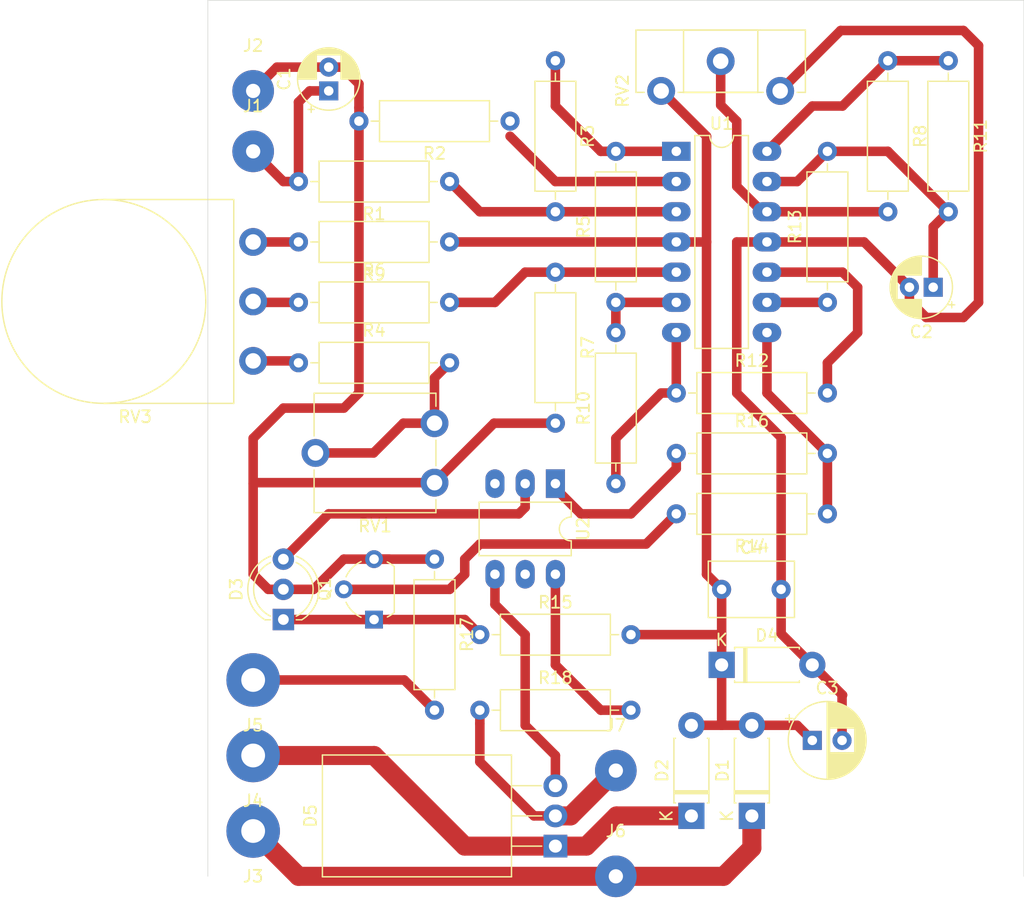
<source format=kicad_pcb>
(kicad_pcb (version 20171130) (host pcbnew 6.0.0-rc1-unknown-7dfc4e3~65~ubuntu18.04.1)

  (general
    (thickness 1.6)
    (drawings 3)
    (tracks 160)
    (zones 0)
    (modules 40)
    (nets 32)
  )

  (page A4)
  (layers
    (0 F.Cu signal)
    (31 B.Cu signal)
    (32 B.Adhes user)
    (33 F.Adhes user)
    (34 B.Paste user)
    (35 F.Paste user)
    (36 B.SilkS user)
    (37 F.SilkS user)
    (38 B.Mask user)
    (39 F.Mask user)
    (40 Dwgs.User user)
    (41 Cmts.User user)
    (42 Eco1.User user)
    (43 Eco2.User user)
    (44 Edge.Cuts user)
    (45 Margin user)
    (46 B.CrtYd user)
    (47 F.CrtYd user)
    (48 B.Fab user)
    (49 F.Fab user)
  )

  (setup
    (last_trace_width 0.8)
    (user_trace_width 0.8)
    (user_trace_width 1.6)
    (trace_clearance 0.2)
    (zone_clearance 0.508)
    (zone_45_only no)
    (trace_min 0.2)
    (via_size 0.8)
    (via_drill 0.4)
    (via_min_size 0.4)
    (via_min_drill 0.3)
    (uvia_size 0.3)
    (uvia_drill 0.1)
    (uvias_allowed no)
    (uvia_min_size 0.2)
    (uvia_min_drill 0.1)
    (edge_width 0.05)
    (segment_width 0.2)
    (pcb_text_width 0.3)
    (pcb_text_size 1.5 1.5)
    (mod_edge_width 0.12)
    (mod_text_size 1 1)
    (mod_text_width 0.15)
    (pad_size 1.524 1.524)
    (pad_drill 0.762)
    (pad_to_mask_clearance 0.2)
    (aux_axis_origin 0 0)
    (visible_elements FFFFFF7F)
    (pcbplotparams
      (layerselection 0x010fc_ffffffff)
      (usegerberextensions false)
      (usegerberattributes false)
      (usegerberadvancedattributes false)
      (creategerberjobfile false)
      (excludeedgelayer true)
      (linewidth 0.100000)
      (plotframeref false)
      (viasonmask false)
      (mode 1)
      (useauxorigin false)
      (hpglpennumber 1)
      (hpglpenspeed 20)
      (hpglpendiameter 15.000000)
      (psnegative false)
      (psa4output false)
      (plotreference true)
      (plotvalue true)
      (plotinvisibletext false)
      (padsonsilk false)
      (subtractmaskfromsilk false)
      (outputformat 1)
      (mirror false)
      (drillshape 1)
      (scaleselection 1)
      (outputdirectory ""))
  )

  (net 0 "")
  (net 1 GND)
  (net 2 "Net-(C1-Pad1)")
  (net 3 "Net-(C2-Pad1)")
  (net 4 VCC)
  (net 5 /AC_L)
  (net 6 /AC_N)
  (net 7 "Net-(D3-Pad1)")
  (net 8 "Net-(D3-Pad3)")
  (net 9 "Net-(D5-Pad2)")
  (net 10 "Net-(D5-Pad3)")
  (net 11 /AC_GND)
  (net 12 "Net-(Q1-Pad2)")
  (net 13 "Net-(R1-Pad1)")
  (net 14 "Net-(R2-Pad1)")
  (net 15 "Net-(R3-Pad1)")
  (net 16 "Net-(R4-Pad2)")
  (net 17 "Net-(R4-Pad1)")
  (net 18 "Net-(R10-Pad2)")
  (net 19 "Net-(R6-Pad2)")
  (net 20 "Net-(R6-Pad1)")
  (net 21 "Net-(R11-Pad1)")
  (net 22 "Net-(R8-Pad2)")
  (net 23 "Net-(R9-Pad2)")
  (net 24 "Net-(R10-Pad1)")
  (net 25 "Net-(R12-Pad2)")
  (net 26 "Net-(R13-Pad1)")
  (net 27 "Net-(R14-Pad1)")
  (net 28 "Net-(R16-Pad1)")
  (net 29 "Net-(R18-Pad2)")
  (net 30 "Net-(U2-Pad5)")
  (net 31 "Net-(U2-Pad3)")

  (net_class Default "This is the default net class."
    (clearance 0.2)
    (trace_width 0.25)
    (via_dia 0.8)
    (via_drill 0.4)
    (uvia_dia 0.3)
    (uvia_drill 0.1)
    (add_net /AC_GND)
    (add_net /AC_L)
    (add_net /AC_N)
    (add_net GND)
    (add_net "Net-(C1-Pad1)")
    (add_net "Net-(C2-Pad1)")
    (add_net "Net-(D3-Pad1)")
    (add_net "Net-(D3-Pad3)")
    (add_net "Net-(D5-Pad2)")
    (add_net "Net-(D5-Pad3)")
    (add_net "Net-(Q1-Pad2)")
    (add_net "Net-(R1-Pad1)")
    (add_net "Net-(R10-Pad1)")
    (add_net "Net-(R10-Pad2)")
    (add_net "Net-(R11-Pad1)")
    (add_net "Net-(R12-Pad2)")
    (add_net "Net-(R13-Pad1)")
    (add_net "Net-(R14-Pad1)")
    (add_net "Net-(R16-Pad1)")
    (add_net "Net-(R18-Pad2)")
    (add_net "Net-(R2-Pad1)")
    (add_net "Net-(R3-Pad1)")
    (add_net "Net-(R4-Pad1)")
    (add_net "Net-(R4-Pad2)")
    (add_net "Net-(R6-Pad1)")
    (add_net "Net-(R6-Pad2)")
    (add_net "Net-(R8-Pad2)")
    (add_net "Net-(R9-Pad2)")
    (add_net "Net-(U2-Pad3)")
    (add_net "Net-(U2-Pad5)")
    (add_net VCC)
  )

  (module "Resistor THT:R_Axial_DIN0309_L9.0mm_D3.2mm_P12.70mm_Horizontal" (layer F.Cu) (tedit 5AE5139B) (tstamp 5B69DA75)
    (at 124.46 83.82 180)
    (descr "Resistor, Axial_DIN0309 series, Axial, Horizontal, pin pitch=12.7mm, 0.5W = 1/2W, length*diameter=9*3.2mm^2, http://cdn-reichelt.de/documents/datenblatt/B400/1_4W%23YAG.pdf")
    (tags "Resistor Axial_DIN0309 series Axial Horizontal pin pitch 12.7mm 0.5W = 1/2W length 9mm diameter 3.2mm")
    (path /5B699D3E)
    (fp_text reference R2 (at 6.35 -2.72 180) (layer F.SilkS)
      (effects (font (size 1 1) (thickness 0.15)))
    )
    (fp_text value 1k (at 6.35 2.72 180) (layer F.Fab)
      (effects (font (size 1 1) (thickness 0.15)))
    )
    (fp_line (start 1.85 -1.6) (end 1.85 1.6) (layer F.Fab) (width 0.1))
    (fp_line (start 1.85 1.6) (end 10.85 1.6) (layer F.Fab) (width 0.1))
    (fp_line (start 10.85 1.6) (end 10.85 -1.6) (layer F.Fab) (width 0.1))
    (fp_line (start 10.85 -1.6) (end 1.85 -1.6) (layer F.Fab) (width 0.1))
    (fp_line (start 0 0) (end 1.85 0) (layer F.Fab) (width 0.1))
    (fp_line (start 12.7 0) (end 10.85 0) (layer F.Fab) (width 0.1))
    (fp_line (start 1.73 -1.72) (end 1.73 1.72) (layer F.SilkS) (width 0.12))
    (fp_line (start 1.73 1.72) (end 10.97 1.72) (layer F.SilkS) (width 0.12))
    (fp_line (start 10.97 1.72) (end 10.97 -1.72) (layer F.SilkS) (width 0.12))
    (fp_line (start 10.97 -1.72) (end 1.73 -1.72) (layer F.SilkS) (width 0.12))
    (fp_line (start 1.04 0) (end 1.73 0) (layer F.SilkS) (width 0.12))
    (fp_line (start 11.66 0) (end 10.97 0) (layer F.SilkS) (width 0.12))
    (fp_line (start -1.05 -1.85) (end -1.05 1.85) (layer F.CrtYd) (width 0.05))
    (fp_line (start -1.05 1.85) (end 13.75 1.85) (layer F.CrtYd) (width 0.05))
    (fp_line (start 13.75 1.85) (end 13.75 -1.85) (layer F.CrtYd) (width 0.05))
    (fp_line (start 13.75 -1.85) (end -1.05 -1.85) (layer F.CrtYd) (width 0.05))
    (fp_text user %R (at 6.35 0 180) (layer F.Fab)
      (effects (font (size 1 1) (thickness 0.15)))
    )
    (pad 1 thru_hole circle (at 0 0 180) (size 1.6 1.6) (drill 0.8) (layers *.Cu *.Mask)
      (net 14 "Net-(R2-Pad1)"))
    (pad 2 thru_hole oval (at 12.7 0 180) (size 1.6 1.6) (drill 0.8) (layers *.Cu *.Mask)
      (net 1 GND))
    (model ${KISYS3DMOD}/Resistor_THT.3dshapes/R_Axial_DIN0309_L9.0mm_D3.2mm_P12.70mm_Horizontal.wrl
      (at (xyz 0 0 0))
      (scale (xyz 1 1 1))
      (rotate (xyz 0 0 0))
    )
  )

  (module "Resistor THT:R_Axial_DIN0309_L9.0mm_D3.2mm_P12.70mm_Horizontal" (layer F.Cu) (tedit 5AE5139B) (tstamp 5B69DA8C)
    (at 128.27 78.74 270)
    (descr "Resistor, Axial_DIN0309 series, Axial, Horizontal, pin pitch=12.7mm, 0.5W = 1/2W, length*diameter=9*3.2mm^2, http://cdn-reichelt.de/documents/datenblatt/B400/1_4W%23YAG.pdf")
    (tags "Resistor Axial_DIN0309 series Axial Horizontal pin pitch 12.7mm 0.5W = 1/2W length 9mm diameter 3.2mm")
    (path /5B69A78C)
    (fp_text reference R3 (at 6.35 -2.72 270) (layer F.SilkS)
      (effects (font (size 1 1) (thickness 0.15)))
    )
    (fp_text value 1k (at 6.35 2.72 270) (layer F.Fab)
      (effects (font (size 1 1) (thickness 0.15)))
    )
    (fp_text user %R (at 6.35 0 270) (layer F.Fab)
      (effects (font (size 1 1) (thickness 0.15)))
    )
    (fp_line (start 13.75 -1.85) (end -1.05 -1.85) (layer F.CrtYd) (width 0.05))
    (fp_line (start 13.75 1.85) (end 13.75 -1.85) (layer F.CrtYd) (width 0.05))
    (fp_line (start -1.05 1.85) (end 13.75 1.85) (layer F.CrtYd) (width 0.05))
    (fp_line (start -1.05 -1.85) (end -1.05 1.85) (layer F.CrtYd) (width 0.05))
    (fp_line (start 11.66 0) (end 10.97 0) (layer F.SilkS) (width 0.12))
    (fp_line (start 1.04 0) (end 1.73 0) (layer F.SilkS) (width 0.12))
    (fp_line (start 10.97 -1.72) (end 1.73 -1.72) (layer F.SilkS) (width 0.12))
    (fp_line (start 10.97 1.72) (end 10.97 -1.72) (layer F.SilkS) (width 0.12))
    (fp_line (start 1.73 1.72) (end 10.97 1.72) (layer F.SilkS) (width 0.12))
    (fp_line (start 1.73 -1.72) (end 1.73 1.72) (layer F.SilkS) (width 0.12))
    (fp_line (start 12.7 0) (end 10.85 0) (layer F.Fab) (width 0.1))
    (fp_line (start 0 0) (end 1.85 0) (layer F.Fab) (width 0.1))
    (fp_line (start 10.85 -1.6) (end 1.85 -1.6) (layer F.Fab) (width 0.1))
    (fp_line (start 10.85 1.6) (end 10.85 -1.6) (layer F.Fab) (width 0.1))
    (fp_line (start 1.85 1.6) (end 10.85 1.6) (layer F.Fab) (width 0.1))
    (fp_line (start 1.85 -1.6) (end 1.85 1.6) (layer F.Fab) (width 0.1))
    (pad 2 thru_hole oval (at 12.7 0 270) (size 1.6 1.6) (drill 0.8) (layers *.Cu *.Mask)
      (net 13 "Net-(R1-Pad1)"))
    (pad 1 thru_hole circle (at 0 0 270) (size 1.6 1.6) (drill 0.8) (layers *.Cu *.Mask)
      (net 15 "Net-(R3-Pad1)"))
    (model ${KISYS3DMOD}/Resistor_THT.3dshapes/R_Axial_DIN0309_L9.0mm_D3.2mm_P12.70mm_Horizontal.wrl
      (at (xyz 0 0 0))
      (scale (xyz 1 1 1))
      (rotate (xyz 0 0 0))
    )
  )

  (module "Capacitor THT:CP_Radial_D5.0mm_P2.00mm" (layer F.Cu) (tedit 5B5F695D) (tstamp 5B69D834)
    (at 109.22 81.28 90)
    (descr "CP, Radial series, Radial, pin pitch=2.00mm, , diameter=5mm, Electrolytic Capacitor")
    (tags "CP Radial series Radial pin pitch 2.00mm  diameter 5mm Electrolytic Capacitor")
    (path /5B68E578)
    (fp_text reference C1 (at 1 -3.75 90) (layer F.SilkS)
      (effects (font (size 1 1) (thickness 0.15)))
    )
    (fp_text value 10nF (at 1 3.75 90) (layer F.Fab)
      (effects (font (size 1 1) (thickness 0.15)))
    )
    (fp_text user %R (at 1 0 90) (layer F.Fab)
      (effects (font (size 1 1) (thickness 0.15)))
    )
    (fp_line (start -1.554775 -1.725) (end -1.554775 -1.225) (layer F.SilkS) (width 0.12))
    (fp_line (start -1.804775 -1.475) (end -1.304775 -1.475) (layer F.SilkS) (width 0.12))
    (fp_line (start 3.601 -0.284) (end 3.601 0.284) (layer F.SilkS) (width 0.12))
    (fp_line (start 3.561 -0.518) (end 3.561 0.518) (layer F.SilkS) (width 0.12))
    (fp_line (start 3.521 -0.677) (end 3.521 0.677) (layer F.SilkS) (width 0.12))
    (fp_line (start 3.481 -0.805) (end 3.481 0.805) (layer F.SilkS) (width 0.12))
    (fp_line (start 3.441 -0.915) (end 3.441 0.915) (layer F.SilkS) (width 0.12))
    (fp_line (start 3.401 -1.011) (end 3.401 1.011) (layer F.SilkS) (width 0.12))
    (fp_line (start 3.361 -1.098) (end 3.361 1.098) (layer F.SilkS) (width 0.12))
    (fp_line (start 3.321 -1.178) (end 3.321 1.178) (layer F.SilkS) (width 0.12))
    (fp_line (start 3.281 -1.251) (end 3.281 1.251) (layer F.SilkS) (width 0.12))
    (fp_line (start 3.241 -1.319) (end 3.241 1.319) (layer F.SilkS) (width 0.12))
    (fp_line (start 3.201 -1.383) (end 3.201 1.383) (layer F.SilkS) (width 0.12))
    (fp_line (start 3.161 -1.443) (end 3.161 1.443) (layer F.SilkS) (width 0.12))
    (fp_line (start 3.121 -1.5) (end 3.121 1.5) (layer F.SilkS) (width 0.12))
    (fp_line (start 3.081 -1.554) (end 3.081 1.554) (layer F.SilkS) (width 0.12))
    (fp_line (start 3.041 -1.605) (end 3.041 1.605) (layer F.SilkS) (width 0.12))
    (fp_line (start 3.001 1.04) (end 3.001 1.653) (layer F.SilkS) (width 0.12))
    (fp_line (start 3.001 -1.653) (end 3.001 -1.04) (layer F.SilkS) (width 0.12))
    (fp_line (start 2.961 1.04) (end 2.961 1.699) (layer F.SilkS) (width 0.12))
    (fp_line (start 2.961 -1.699) (end 2.961 -1.04) (layer F.SilkS) (width 0.12))
    (fp_line (start 2.921 1.04) (end 2.921 1.743) (layer F.SilkS) (width 0.12))
    (fp_line (start 2.921 -1.743) (end 2.921 -1.04) (layer F.SilkS) (width 0.12))
    (fp_line (start 2.881 1.04) (end 2.881 1.785) (layer F.SilkS) (width 0.12))
    (fp_line (start 2.881 -1.785) (end 2.881 -1.04) (layer F.SilkS) (width 0.12))
    (fp_line (start 2.841 1.04) (end 2.841 1.826) (layer F.SilkS) (width 0.12))
    (fp_line (start 2.841 -1.826) (end 2.841 -1.04) (layer F.SilkS) (width 0.12))
    (fp_line (start 2.801 1.04) (end 2.801 1.864) (layer F.SilkS) (width 0.12))
    (fp_line (start 2.801 -1.864) (end 2.801 -1.04) (layer F.SilkS) (width 0.12))
    (fp_line (start 2.761 1.04) (end 2.761 1.901) (layer F.SilkS) (width 0.12))
    (fp_line (start 2.761 -1.901) (end 2.761 -1.04) (layer F.SilkS) (width 0.12))
    (fp_line (start 2.721 1.04) (end 2.721 1.937) (layer F.SilkS) (width 0.12))
    (fp_line (start 2.721 -1.937) (end 2.721 -1.04) (layer F.SilkS) (width 0.12))
    (fp_line (start 2.681 1.04) (end 2.681 1.971) (layer F.SilkS) (width 0.12))
    (fp_line (start 2.681 -1.971) (end 2.681 -1.04) (layer F.SilkS) (width 0.12))
    (fp_line (start 2.641 1.04) (end 2.641 2.004) (layer F.SilkS) (width 0.12))
    (fp_line (start 2.641 -2.004) (end 2.641 -1.04) (layer F.SilkS) (width 0.12))
    (fp_line (start 2.601 1.04) (end 2.601 2.035) (layer F.SilkS) (width 0.12))
    (fp_line (start 2.601 -2.035) (end 2.601 -1.04) (layer F.SilkS) (width 0.12))
    (fp_line (start 2.561 1.04) (end 2.561 2.065) (layer F.SilkS) (width 0.12))
    (fp_line (start 2.561 -2.065) (end 2.561 -1.04) (layer F.SilkS) (width 0.12))
    (fp_line (start 2.521 1.04) (end 2.521 2.095) (layer F.SilkS) (width 0.12))
    (fp_line (start 2.521 -2.095) (end 2.521 -1.04) (layer F.SilkS) (width 0.12))
    (fp_line (start 2.481 1.04) (end 2.481 2.122) (layer F.SilkS) (width 0.12))
    (fp_line (start 2.481 -2.122) (end 2.481 -1.04) (layer F.SilkS) (width 0.12))
    (fp_line (start 2.441 1.04) (end 2.441 2.149) (layer F.SilkS) (width 0.12))
    (fp_line (start 2.441 -2.149) (end 2.441 -1.04) (layer F.SilkS) (width 0.12))
    (fp_line (start 2.401 1.04) (end 2.401 2.175) (layer F.SilkS) (width 0.12))
    (fp_line (start 2.401 -2.175) (end 2.401 -1.04) (layer F.SilkS) (width 0.12))
    (fp_line (start 2.361 1.04) (end 2.361 2.2) (layer F.SilkS) (width 0.12))
    (fp_line (start 2.361 -2.2) (end 2.361 -1.04) (layer F.SilkS) (width 0.12))
    (fp_line (start 2.321 1.04) (end 2.321 2.224) (layer F.SilkS) (width 0.12))
    (fp_line (start 2.321 -2.224) (end 2.321 -1.04) (layer F.SilkS) (width 0.12))
    (fp_line (start 2.281 1.04) (end 2.281 2.247) (layer F.SilkS) (width 0.12))
    (fp_line (start 2.281 -2.247) (end 2.281 -1.04) (layer F.SilkS) (width 0.12))
    (fp_line (start 2.241 1.04) (end 2.241 2.268) (layer F.SilkS) (width 0.12))
    (fp_line (start 2.241 -2.268) (end 2.241 -1.04) (layer F.SilkS) (width 0.12))
    (fp_line (start 2.201 1.04) (end 2.201 2.29) (layer F.SilkS) (width 0.12))
    (fp_line (start 2.201 -2.29) (end 2.201 -1.04) (layer F.SilkS) (width 0.12))
    (fp_line (start 2.161 1.04) (end 2.161 2.31) (layer F.SilkS) (width 0.12))
    (fp_line (start 2.161 -2.31) (end 2.161 -1.04) (layer F.SilkS) (width 0.12))
    (fp_line (start 2.121 1.04) (end 2.121 2.329) (layer F.SilkS) (width 0.12))
    (fp_line (start 2.121 -2.329) (end 2.121 -1.04) (layer F.SilkS) (width 0.12))
    (fp_line (start 2.081 1.04) (end 2.081 2.348) (layer F.SilkS) (width 0.12))
    (fp_line (start 2.081 -2.348) (end 2.081 -1.04) (layer F.SilkS) (width 0.12))
    (fp_line (start 2.041 1.04) (end 2.041 2.365) (layer F.SilkS) (width 0.12))
    (fp_line (start 2.041 -2.365) (end 2.041 -1.04) (layer F.SilkS) (width 0.12))
    (fp_line (start 2.001 1.04) (end 2.001 2.382) (layer F.SilkS) (width 0.12))
    (fp_line (start 2.001 -2.382) (end 2.001 -1.04) (layer F.SilkS) (width 0.12))
    (fp_line (start 1.961 1.04) (end 1.961 2.398) (layer F.SilkS) (width 0.12))
    (fp_line (start 1.961 -2.398) (end 1.961 -1.04) (layer F.SilkS) (width 0.12))
    (fp_line (start 1.921 1.04) (end 1.921 2.414) (layer F.SilkS) (width 0.12))
    (fp_line (start 1.921 -2.414) (end 1.921 -1.04) (layer F.SilkS) (width 0.12))
    (fp_line (start 1.881 1.04) (end 1.881 2.428) (layer F.SilkS) (width 0.12))
    (fp_line (start 1.881 -2.428) (end 1.881 -1.04) (layer F.SilkS) (width 0.12))
    (fp_line (start 1.841 1.04) (end 1.841 2.442) (layer F.SilkS) (width 0.12))
    (fp_line (start 1.841 -2.442) (end 1.841 -1.04) (layer F.SilkS) (width 0.12))
    (fp_line (start 1.801 1.04) (end 1.801 2.455) (layer F.SilkS) (width 0.12))
    (fp_line (start 1.801 -2.455) (end 1.801 -1.04) (layer F.SilkS) (width 0.12))
    (fp_line (start 1.761 1.04) (end 1.761 2.468) (layer F.SilkS) (width 0.12))
    (fp_line (start 1.761 -2.468) (end 1.761 -1.04) (layer F.SilkS) (width 0.12))
    (fp_line (start 1.721 1.04) (end 1.721 2.48) (layer F.SilkS) (width 0.12))
    (fp_line (start 1.721 -2.48) (end 1.721 -1.04) (layer F.SilkS) (width 0.12))
    (fp_line (start 1.68 1.04) (end 1.68 2.491) (layer F.SilkS) (width 0.12))
    (fp_line (start 1.68 -2.491) (end 1.68 -1.04) (layer F.SilkS) (width 0.12))
    (fp_line (start 1.64 1.04) (end 1.64 2.501) (layer F.SilkS) (width 0.12))
    (fp_line (start 1.64 -2.501) (end 1.64 -1.04) (layer F.SilkS) (width 0.12))
    (fp_line (start 1.6 1.04) (end 1.6 2.511) (layer F.SilkS) (width 0.12))
    (fp_line (start 1.6 -2.511) (end 1.6 -1.04) (layer F.SilkS) (width 0.12))
    (fp_line (start 1.56 1.04) (end 1.56 2.52) (layer F.SilkS) (width 0.12))
    (fp_line (start 1.56 -2.52) (end 1.56 -1.04) (layer F.SilkS) (width 0.12))
    (fp_line (start 1.52 1.04) (end 1.52 2.528) (layer F.SilkS) (width 0.12))
    (fp_line (start 1.52 -2.528) (end 1.52 -1.04) (layer F.SilkS) (width 0.12))
    (fp_line (start 1.48 1.04) (end 1.48 2.536) (layer F.SilkS) (width 0.12))
    (fp_line (start 1.48 -2.536) (end 1.48 -1.04) (layer F.SilkS) (width 0.12))
    (fp_line (start 1.44 1.04) (end 1.44 2.543) (layer F.SilkS) (width 0.12))
    (fp_line (start 1.44 -2.543) (end 1.44 -1.04) (layer F.SilkS) (width 0.12))
    (fp_line (start 1.4 1.04) (end 1.4 2.55) (layer F.SilkS) (width 0.12))
    (fp_line (start 1.4 -2.55) (end 1.4 -1.04) (layer F.SilkS) (width 0.12))
    (fp_line (start 1.36 1.04) (end 1.36 2.556) (layer F.SilkS) (width 0.12))
    (fp_line (start 1.36 -2.556) (end 1.36 -1.04) (layer F.SilkS) (width 0.12))
    (fp_line (start 1.32 1.04) (end 1.32 2.561) (layer F.SilkS) (width 0.12))
    (fp_line (start 1.32 -2.561) (end 1.32 -1.04) (layer F.SilkS) (width 0.12))
    (fp_line (start 1.28 1.04) (end 1.28 2.565) (layer F.SilkS) (width 0.12))
    (fp_line (start 1.28 -2.565) (end 1.28 -1.04) (layer F.SilkS) (width 0.12))
    (fp_line (start 1.24 1.04) (end 1.24 2.569) (layer F.SilkS) (width 0.12))
    (fp_line (start 1.24 -2.569) (end 1.24 -1.04) (layer F.SilkS) (width 0.12))
    (fp_line (start 1.2 1.04) (end 1.2 2.573) (layer F.SilkS) (width 0.12))
    (fp_line (start 1.2 -2.573) (end 1.2 -1.04) (layer F.SilkS) (width 0.12))
    (fp_line (start 1.16 1.04) (end 1.16 2.576) (layer F.SilkS) (width 0.12))
    (fp_line (start 1.16 -2.576) (end 1.16 -1.04) (layer F.SilkS) (width 0.12))
    (fp_line (start 1.12 1.04) (end 1.12 2.578) (layer F.SilkS) (width 0.12))
    (fp_line (start 1.12 -2.578) (end 1.12 -1.04) (layer F.SilkS) (width 0.12))
    (fp_line (start 1.08 1.04) (end 1.08 2.579) (layer F.SilkS) (width 0.12))
    (fp_line (start 1.08 -2.579) (end 1.08 -1.04) (layer F.SilkS) (width 0.12))
    (fp_line (start 1.04 -2.58) (end 1.04 -1.04) (layer F.SilkS) (width 0.12))
    (fp_line (start 1.04 1.04) (end 1.04 2.58) (layer F.SilkS) (width 0.12))
    (fp_line (start 1 -2.58) (end 1 -1.04) (layer F.SilkS) (width 0.12))
    (fp_line (start 1 1.04) (end 1 2.58) (layer F.SilkS) (width 0.12))
    (fp_line (start -0.883605 -1.3375) (end -0.883605 -0.8375) (layer F.Fab) (width 0.1))
    (fp_line (start -1.133605 -1.0875) (end -0.633605 -1.0875) (layer F.Fab) (width 0.1))
    (fp_circle (center 1 0) (end 3.75 0) (layer F.CrtYd) (width 0.05))
    (fp_circle (center 1 0) (end 3.62 0) (layer F.SilkS) (width 0.12))
    (fp_circle (center 1 0) (end 3.5 0) (layer F.Fab) (width 0.1))
    (pad 2 thru_hole circle (at 2 0 90) (size 1.6 1.6) (drill 0.8) (layers *.Cu *.Mask)
      (net 1 GND))
    (pad 1 thru_hole rect (at 0 0 90) (size 1.6 1.6) (drill 0.8) (layers *.Cu *.Mask)
      (net 2 "Net-(C1-Pad1)"))
    (model ${KISYS3DMOD}/Capacitor_THT.3dshapes/CP_Radial_D5.0mm_P2.00mm.wrl
      (at (xyz 0 0 0))
      (scale (xyz 1 1 1))
      (rotate (xyz 0 0 0))
    )
  )

  (module "Capacitor THT:CP_Radial_D5.0mm_P2.00mm" (layer F.Cu) (tedit 5AE50EF0) (tstamp 5B69D8B7)
    (at 160.02 97.79 180)
    (descr "CP, Radial series, Radial, pin pitch=2.00mm, , diameter=5mm, Electrolytic Capacitor")
    (tags "CP Radial series Radial pin pitch 2.00mm  diameter 5mm Electrolytic Capacitor")
    (path /5B6C6C75)
    (fp_text reference C2 (at 1 -3.75 180) (layer F.SilkS)
      (effects (font (size 1 1) (thickness 0.15)))
    )
    (fp_text value 1uF (at 1 3.75 180) (layer F.Fab)
      (effects (font (size 1 1) (thickness 0.15)))
    )
    (fp_circle (center 1 0) (end 3.5 0) (layer F.Fab) (width 0.1))
    (fp_circle (center 1 0) (end 3.62 0) (layer F.SilkS) (width 0.12))
    (fp_circle (center 1 0) (end 3.75 0) (layer F.CrtYd) (width 0.05))
    (fp_line (start -1.133605 -1.0875) (end -0.633605 -1.0875) (layer F.Fab) (width 0.1))
    (fp_line (start -0.883605 -1.3375) (end -0.883605 -0.8375) (layer F.Fab) (width 0.1))
    (fp_line (start 1 1.04) (end 1 2.58) (layer F.SilkS) (width 0.12))
    (fp_line (start 1 -2.58) (end 1 -1.04) (layer F.SilkS) (width 0.12))
    (fp_line (start 1.04 1.04) (end 1.04 2.58) (layer F.SilkS) (width 0.12))
    (fp_line (start 1.04 -2.58) (end 1.04 -1.04) (layer F.SilkS) (width 0.12))
    (fp_line (start 1.08 -2.579) (end 1.08 -1.04) (layer F.SilkS) (width 0.12))
    (fp_line (start 1.08 1.04) (end 1.08 2.579) (layer F.SilkS) (width 0.12))
    (fp_line (start 1.12 -2.578) (end 1.12 -1.04) (layer F.SilkS) (width 0.12))
    (fp_line (start 1.12 1.04) (end 1.12 2.578) (layer F.SilkS) (width 0.12))
    (fp_line (start 1.16 -2.576) (end 1.16 -1.04) (layer F.SilkS) (width 0.12))
    (fp_line (start 1.16 1.04) (end 1.16 2.576) (layer F.SilkS) (width 0.12))
    (fp_line (start 1.2 -2.573) (end 1.2 -1.04) (layer F.SilkS) (width 0.12))
    (fp_line (start 1.2 1.04) (end 1.2 2.573) (layer F.SilkS) (width 0.12))
    (fp_line (start 1.24 -2.569) (end 1.24 -1.04) (layer F.SilkS) (width 0.12))
    (fp_line (start 1.24 1.04) (end 1.24 2.569) (layer F.SilkS) (width 0.12))
    (fp_line (start 1.28 -2.565) (end 1.28 -1.04) (layer F.SilkS) (width 0.12))
    (fp_line (start 1.28 1.04) (end 1.28 2.565) (layer F.SilkS) (width 0.12))
    (fp_line (start 1.32 -2.561) (end 1.32 -1.04) (layer F.SilkS) (width 0.12))
    (fp_line (start 1.32 1.04) (end 1.32 2.561) (layer F.SilkS) (width 0.12))
    (fp_line (start 1.36 -2.556) (end 1.36 -1.04) (layer F.SilkS) (width 0.12))
    (fp_line (start 1.36 1.04) (end 1.36 2.556) (layer F.SilkS) (width 0.12))
    (fp_line (start 1.4 -2.55) (end 1.4 -1.04) (layer F.SilkS) (width 0.12))
    (fp_line (start 1.4 1.04) (end 1.4 2.55) (layer F.SilkS) (width 0.12))
    (fp_line (start 1.44 -2.543) (end 1.44 -1.04) (layer F.SilkS) (width 0.12))
    (fp_line (start 1.44 1.04) (end 1.44 2.543) (layer F.SilkS) (width 0.12))
    (fp_line (start 1.48 -2.536) (end 1.48 -1.04) (layer F.SilkS) (width 0.12))
    (fp_line (start 1.48 1.04) (end 1.48 2.536) (layer F.SilkS) (width 0.12))
    (fp_line (start 1.52 -2.528) (end 1.52 -1.04) (layer F.SilkS) (width 0.12))
    (fp_line (start 1.52 1.04) (end 1.52 2.528) (layer F.SilkS) (width 0.12))
    (fp_line (start 1.56 -2.52) (end 1.56 -1.04) (layer F.SilkS) (width 0.12))
    (fp_line (start 1.56 1.04) (end 1.56 2.52) (layer F.SilkS) (width 0.12))
    (fp_line (start 1.6 -2.511) (end 1.6 -1.04) (layer F.SilkS) (width 0.12))
    (fp_line (start 1.6 1.04) (end 1.6 2.511) (layer F.SilkS) (width 0.12))
    (fp_line (start 1.64 -2.501) (end 1.64 -1.04) (layer F.SilkS) (width 0.12))
    (fp_line (start 1.64 1.04) (end 1.64 2.501) (layer F.SilkS) (width 0.12))
    (fp_line (start 1.68 -2.491) (end 1.68 -1.04) (layer F.SilkS) (width 0.12))
    (fp_line (start 1.68 1.04) (end 1.68 2.491) (layer F.SilkS) (width 0.12))
    (fp_line (start 1.721 -2.48) (end 1.721 -1.04) (layer F.SilkS) (width 0.12))
    (fp_line (start 1.721 1.04) (end 1.721 2.48) (layer F.SilkS) (width 0.12))
    (fp_line (start 1.761 -2.468) (end 1.761 -1.04) (layer F.SilkS) (width 0.12))
    (fp_line (start 1.761 1.04) (end 1.761 2.468) (layer F.SilkS) (width 0.12))
    (fp_line (start 1.801 -2.455) (end 1.801 -1.04) (layer F.SilkS) (width 0.12))
    (fp_line (start 1.801 1.04) (end 1.801 2.455) (layer F.SilkS) (width 0.12))
    (fp_line (start 1.841 -2.442) (end 1.841 -1.04) (layer F.SilkS) (width 0.12))
    (fp_line (start 1.841 1.04) (end 1.841 2.442) (layer F.SilkS) (width 0.12))
    (fp_line (start 1.881 -2.428) (end 1.881 -1.04) (layer F.SilkS) (width 0.12))
    (fp_line (start 1.881 1.04) (end 1.881 2.428) (layer F.SilkS) (width 0.12))
    (fp_line (start 1.921 -2.414) (end 1.921 -1.04) (layer F.SilkS) (width 0.12))
    (fp_line (start 1.921 1.04) (end 1.921 2.414) (layer F.SilkS) (width 0.12))
    (fp_line (start 1.961 -2.398) (end 1.961 -1.04) (layer F.SilkS) (width 0.12))
    (fp_line (start 1.961 1.04) (end 1.961 2.398) (layer F.SilkS) (width 0.12))
    (fp_line (start 2.001 -2.382) (end 2.001 -1.04) (layer F.SilkS) (width 0.12))
    (fp_line (start 2.001 1.04) (end 2.001 2.382) (layer F.SilkS) (width 0.12))
    (fp_line (start 2.041 -2.365) (end 2.041 -1.04) (layer F.SilkS) (width 0.12))
    (fp_line (start 2.041 1.04) (end 2.041 2.365) (layer F.SilkS) (width 0.12))
    (fp_line (start 2.081 -2.348) (end 2.081 -1.04) (layer F.SilkS) (width 0.12))
    (fp_line (start 2.081 1.04) (end 2.081 2.348) (layer F.SilkS) (width 0.12))
    (fp_line (start 2.121 -2.329) (end 2.121 -1.04) (layer F.SilkS) (width 0.12))
    (fp_line (start 2.121 1.04) (end 2.121 2.329) (layer F.SilkS) (width 0.12))
    (fp_line (start 2.161 -2.31) (end 2.161 -1.04) (layer F.SilkS) (width 0.12))
    (fp_line (start 2.161 1.04) (end 2.161 2.31) (layer F.SilkS) (width 0.12))
    (fp_line (start 2.201 -2.29) (end 2.201 -1.04) (layer F.SilkS) (width 0.12))
    (fp_line (start 2.201 1.04) (end 2.201 2.29) (layer F.SilkS) (width 0.12))
    (fp_line (start 2.241 -2.268) (end 2.241 -1.04) (layer F.SilkS) (width 0.12))
    (fp_line (start 2.241 1.04) (end 2.241 2.268) (layer F.SilkS) (width 0.12))
    (fp_line (start 2.281 -2.247) (end 2.281 -1.04) (layer F.SilkS) (width 0.12))
    (fp_line (start 2.281 1.04) (end 2.281 2.247) (layer F.SilkS) (width 0.12))
    (fp_line (start 2.321 -2.224) (end 2.321 -1.04) (layer F.SilkS) (width 0.12))
    (fp_line (start 2.321 1.04) (end 2.321 2.224) (layer F.SilkS) (width 0.12))
    (fp_line (start 2.361 -2.2) (end 2.361 -1.04) (layer F.SilkS) (width 0.12))
    (fp_line (start 2.361 1.04) (end 2.361 2.2) (layer F.SilkS) (width 0.12))
    (fp_line (start 2.401 -2.175) (end 2.401 -1.04) (layer F.SilkS) (width 0.12))
    (fp_line (start 2.401 1.04) (end 2.401 2.175) (layer F.SilkS) (width 0.12))
    (fp_line (start 2.441 -2.149) (end 2.441 -1.04) (layer F.SilkS) (width 0.12))
    (fp_line (start 2.441 1.04) (end 2.441 2.149) (layer F.SilkS) (width 0.12))
    (fp_line (start 2.481 -2.122) (end 2.481 -1.04) (layer F.SilkS) (width 0.12))
    (fp_line (start 2.481 1.04) (end 2.481 2.122) (layer F.SilkS) (width 0.12))
    (fp_line (start 2.521 -2.095) (end 2.521 -1.04) (layer F.SilkS) (width 0.12))
    (fp_line (start 2.521 1.04) (end 2.521 2.095) (layer F.SilkS) (width 0.12))
    (fp_line (start 2.561 -2.065) (end 2.561 -1.04) (layer F.SilkS) (width 0.12))
    (fp_line (start 2.561 1.04) (end 2.561 2.065) (layer F.SilkS) (width 0.12))
    (fp_line (start 2.601 -2.035) (end 2.601 -1.04) (layer F.SilkS) (width 0.12))
    (fp_line (start 2.601 1.04) (end 2.601 2.035) (layer F.SilkS) (width 0.12))
    (fp_line (start 2.641 -2.004) (end 2.641 -1.04) (layer F.SilkS) (width 0.12))
    (fp_line (start 2.641 1.04) (end 2.641 2.004) (layer F.SilkS) (width 0.12))
    (fp_line (start 2.681 -1.971) (end 2.681 -1.04) (layer F.SilkS) (width 0.12))
    (fp_line (start 2.681 1.04) (end 2.681 1.971) (layer F.SilkS) (width 0.12))
    (fp_line (start 2.721 -1.937) (end 2.721 -1.04) (layer F.SilkS) (width 0.12))
    (fp_line (start 2.721 1.04) (end 2.721 1.937) (layer F.SilkS) (width 0.12))
    (fp_line (start 2.761 -1.901) (end 2.761 -1.04) (layer F.SilkS) (width 0.12))
    (fp_line (start 2.761 1.04) (end 2.761 1.901) (layer F.SilkS) (width 0.12))
    (fp_line (start 2.801 -1.864) (end 2.801 -1.04) (layer F.SilkS) (width 0.12))
    (fp_line (start 2.801 1.04) (end 2.801 1.864) (layer F.SilkS) (width 0.12))
    (fp_line (start 2.841 -1.826) (end 2.841 -1.04) (layer F.SilkS) (width 0.12))
    (fp_line (start 2.841 1.04) (end 2.841 1.826) (layer F.SilkS) (width 0.12))
    (fp_line (start 2.881 -1.785) (end 2.881 -1.04) (layer F.SilkS) (width 0.12))
    (fp_line (start 2.881 1.04) (end 2.881 1.785) (layer F.SilkS) (width 0.12))
    (fp_line (start 2.921 -1.743) (end 2.921 -1.04) (layer F.SilkS) (width 0.12))
    (fp_line (start 2.921 1.04) (end 2.921 1.743) (layer F.SilkS) (width 0.12))
    (fp_line (start 2.961 -1.699) (end 2.961 -1.04) (layer F.SilkS) (width 0.12))
    (fp_line (start 2.961 1.04) (end 2.961 1.699) (layer F.SilkS) (width 0.12))
    (fp_line (start 3.001 -1.653) (end 3.001 -1.04) (layer F.SilkS) (width 0.12))
    (fp_line (start 3.001 1.04) (end 3.001 1.653) (layer F.SilkS) (width 0.12))
    (fp_line (start 3.041 -1.605) (end 3.041 1.605) (layer F.SilkS) (width 0.12))
    (fp_line (start 3.081 -1.554) (end 3.081 1.554) (layer F.SilkS) (width 0.12))
    (fp_line (start 3.121 -1.5) (end 3.121 1.5) (layer F.SilkS) (width 0.12))
    (fp_line (start 3.161 -1.443) (end 3.161 1.443) (layer F.SilkS) (width 0.12))
    (fp_line (start 3.201 -1.383) (end 3.201 1.383) (layer F.SilkS) (width 0.12))
    (fp_line (start 3.241 -1.319) (end 3.241 1.319) (layer F.SilkS) (width 0.12))
    (fp_line (start 3.281 -1.251) (end 3.281 1.251) (layer F.SilkS) (width 0.12))
    (fp_line (start 3.321 -1.178) (end 3.321 1.178) (layer F.SilkS) (width 0.12))
    (fp_line (start 3.361 -1.098) (end 3.361 1.098) (layer F.SilkS) (width 0.12))
    (fp_line (start 3.401 -1.011) (end 3.401 1.011) (layer F.SilkS) (width 0.12))
    (fp_line (start 3.441 -0.915) (end 3.441 0.915) (layer F.SilkS) (width 0.12))
    (fp_line (start 3.481 -0.805) (end 3.481 0.805) (layer F.SilkS) (width 0.12))
    (fp_line (start 3.521 -0.677) (end 3.521 0.677) (layer F.SilkS) (width 0.12))
    (fp_line (start 3.561 -0.518) (end 3.561 0.518) (layer F.SilkS) (width 0.12))
    (fp_line (start 3.601 -0.284) (end 3.601 0.284) (layer F.SilkS) (width 0.12))
    (fp_line (start -1.804775 -1.475) (end -1.304775 -1.475) (layer F.SilkS) (width 0.12))
    (fp_line (start -1.554775 -1.725) (end -1.554775 -1.225) (layer F.SilkS) (width 0.12))
    (fp_text user %R (at 1 0 180) (layer F.Fab)
      (effects (font (size 1 1) (thickness 0.15)))
    )
    (pad 1 thru_hole rect (at 0 0 180) (size 1.6 1.6) (drill 0.8) (layers *.Cu *.Mask)
      (net 3 "Net-(C2-Pad1)"))
    (pad 2 thru_hole circle (at 2 0 180) (size 1.6 1.6) (drill 0.8) (layers *.Cu *.Mask)
      (net 1 GND))
    (model ${KISYS3DMOD}/Capacitor_THT.3dshapes/CP_Radial_D5.0mm_P2.00mm.wrl
      (at (xyz 0 0 0))
      (scale (xyz 1 1 1))
      (rotate (xyz 0 0 0))
    )
  )

  (module "Capacitor THT:CP_Radial_D6.3mm_P2.50mm" (layer F.Cu) (tedit 5AE50EF0) (tstamp 5B69D94B)
    (at 149.86 135.89)
    (descr "CP, Radial series, Radial, pin pitch=2.50mm, , diameter=6.3mm, Electrolytic Capacitor")
    (tags "CP Radial series Radial pin pitch 2.50mm  diameter 6.3mm Electrolytic Capacitor")
    (path /5B66AACB)
    (fp_text reference C3 (at 1.25 -4.4) (layer F.SilkS)
      (effects (font (size 1 1) (thickness 0.15)))
    )
    (fp_text value 100uF (at 1.25 4.4) (layer F.Fab)
      (effects (font (size 1 1) (thickness 0.15)))
    )
    (fp_circle (center 1.25 0) (end 4.4 0) (layer F.Fab) (width 0.1))
    (fp_circle (center 1.25 0) (end 4.52 0) (layer F.SilkS) (width 0.12))
    (fp_circle (center 1.25 0) (end 4.65 0) (layer F.CrtYd) (width 0.05))
    (fp_line (start -1.443972 -1.3735) (end -0.813972 -1.3735) (layer F.Fab) (width 0.1))
    (fp_line (start -1.128972 -1.6885) (end -1.128972 -1.0585) (layer F.Fab) (width 0.1))
    (fp_line (start 1.25 -3.23) (end 1.25 3.23) (layer F.SilkS) (width 0.12))
    (fp_line (start 1.29 -3.23) (end 1.29 3.23) (layer F.SilkS) (width 0.12))
    (fp_line (start 1.33 -3.23) (end 1.33 3.23) (layer F.SilkS) (width 0.12))
    (fp_line (start 1.37 -3.228) (end 1.37 3.228) (layer F.SilkS) (width 0.12))
    (fp_line (start 1.41 -3.227) (end 1.41 3.227) (layer F.SilkS) (width 0.12))
    (fp_line (start 1.45 -3.224) (end 1.45 3.224) (layer F.SilkS) (width 0.12))
    (fp_line (start 1.49 -3.222) (end 1.49 -1.04) (layer F.SilkS) (width 0.12))
    (fp_line (start 1.49 1.04) (end 1.49 3.222) (layer F.SilkS) (width 0.12))
    (fp_line (start 1.53 -3.218) (end 1.53 -1.04) (layer F.SilkS) (width 0.12))
    (fp_line (start 1.53 1.04) (end 1.53 3.218) (layer F.SilkS) (width 0.12))
    (fp_line (start 1.57 -3.215) (end 1.57 -1.04) (layer F.SilkS) (width 0.12))
    (fp_line (start 1.57 1.04) (end 1.57 3.215) (layer F.SilkS) (width 0.12))
    (fp_line (start 1.61 -3.211) (end 1.61 -1.04) (layer F.SilkS) (width 0.12))
    (fp_line (start 1.61 1.04) (end 1.61 3.211) (layer F.SilkS) (width 0.12))
    (fp_line (start 1.65 -3.206) (end 1.65 -1.04) (layer F.SilkS) (width 0.12))
    (fp_line (start 1.65 1.04) (end 1.65 3.206) (layer F.SilkS) (width 0.12))
    (fp_line (start 1.69 -3.201) (end 1.69 -1.04) (layer F.SilkS) (width 0.12))
    (fp_line (start 1.69 1.04) (end 1.69 3.201) (layer F.SilkS) (width 0.12))
    (fp_line (start 1.73 -3.195) (end 1.73 -1.04) (layer F.SilkS) (width 0.12))
    (fp_line (start 1.73 1.04) (end 1.73 3.195) (layer F.SilkS) (width 0.12))
    (fp_line (start 1.77 -3.189) (end 1.77 -1.04) (layer F.SilkS) (width 0.12))
    (fp_line (start 1.77 1.04) (end 1.77 3.189) (layer F.SilkS) (width 0.12))
    (fp_line (start 1.81 -3.182) (end 1.81 -1.04) (layer F.SilkS) (width 0.12))
    (fp_line (start 1.81 1.04) (end 1.81 3.182) (layer F.SilkS) (width 0.12))
    (fp_line (start 1.85 -3.175) (end 1.85 -1.04) (layer F.SilkS) (width 0.12))
    (fp_line (start 1.85 1.04) (end 1.85 3.175) (layer F.SilkS) (width 0.12))
    (fp_line (start 1.89 -3.167) (end 1.89 -1.04) (layer F.SilkS) (width 0.12))
    (fp_line (start 1.89 1.04) (end 1.89 3.167) (layer F.SilkS) (width 0.12))
    (fp_line (start 1.93 -3.159) (end 1.93 -1.04) (layer F.SilkS) (width 0.12))
    (fp_line (start 1.93 1.04) (end 1.93 3.159) (layer F.SilkS) (width 0.12))
    (fp_line (start 1.971 -3.15) (end 1.971 -1.04) (layer F.SilkS) (width 0.12))
    (fp_line (start 1.971 1.04) (end 1.971 3.15) (layer F.SilkS) (width 0.12))
    (fp_line (start 2.011 -3.141) (end 2.011 -1.04) (layer F.SilkS) (width 0.12))
    (fp_line (start 2.011 1.04) (end 2.011 3.141) (layer F.SilkS) (width 0.12))
    (fp_line (start 2.051 -3.131) (end 2.051 -1.04) (layer F.SilkS) (width 0.12))
    (fp_line (start 2.051 1.04) (end 2.051 3.131) (layer F.SilkS) (width 0.12))
    (fp_line (start 2.091 -3.121) (end 2.091 -1.04) (layer F.SilkS) (width 0.12))
    (fp_line (start 2.091 1.04) (end 2.091 3.121) (layer F.SilkS) (width 0.12))
    (fp_line (start 2.131 -3.11) (end 2.131 -1.04) (layer F.SilkS) (width 0.12))
    (fp_line (start 2.131 1.04) (end 2.131 3.11) (layer F.SilkS) (width 0.12))
    (fp_line (start 2.171 -3.098) (end 2.171 -1.04) (layer F.SilkS) (width 0.12))
    (fp_line (start 2.171 1.04) (end 2.171 3.098) (layer F.SilkS) (width 0.12))
    (fp_line (start 2.211 -3.086) (end 2.211 -1.04) (layer F.SilkS) (width 0.12))
    (fp_line (start 2.211 1.04) (end 2.211 3.086) (layer F.SilkS) (width 0.12))
    (fp_line (start 2.251 -3.074) (end 2.251 -1.04) (layer F.SilkS) (width 0.12))
    (fp_line (start 2.251 1.04) (end 2.251 3.074) (layer F.SilkS) (width 0.12))
    (fp_line (start 2.291 -3.061) (end 2.291 -1.04) (layer F.SilkS) (width 0.12))
    (fp_line (start 2.291 1.04) (end 2.291 3.061) (layer F.SilkS) (width 0.12))
    (fp_line (start 2.331 -3.047) (end 2.331 -1.04) (layer F.SilkS) (width 0.12))
    (fp_line (start 2.331 1.04) (end 2.331 3.047) (layer F.SilkS) (width 0.12))
    (fp_line (start 2.371 -3.033) (end 2.371 -1.04) (layer F.SilkS) (width 0.12))
    (fp_line (start 2.371 1.04) (end 2.371 3.033) (layer F.SilkS) (width 0.12))
    (fp_line (start 2.411 -3.018) (end 2.411 -1.04) (layer F.SilkS) (width 0.12))
    (fp_line (start 2.411 1.04) (end 2.411 3.018) (layer F.SilkS) (width 0.12))
    (fp_line (start 2.451 -3.002) (end 2.451 -1.04) (layer F.SilkS) (width 0.12))
    (fp_line (start 2.451 1.04) (end 2.451 3.002) (layer F.SilkS) (width 0.12))
    (fp_line (start 2.491 -2.986) (end 2.491 -1.04) (layer F.SilkS) (width 0.12))
    (fp_line (start 2.491 1.04) (end 2.491 2.986) (layer F.SilkS) (width 0.12))
    (fp_line (start 2.531 -2.97) (end 2.531 -1.04) (layer F.SilkS) (width 0.12))
    (fp_line (start 2.531 1.04) (end 2.531 2.97) (layer F.SilkS) (width 0.12))
    (fp_line (start 2.571 -2.952) (end 2.571 -1.04) (layer F.SilkS) (width 0.12))
    (fp_line (start 2.571 1.04) (end 2.571 2.952) (layer F.SilkS) (width 0.12))
    (fp_line (start 2.611 -2.934) (end 2.611 -1.04) (layer F.SilkS) (width 0.12))
    (fp_line (start 2.611 1.04) (end 2.611 2.934) (layer F.SilkS) (width 0.12))
    (fp_line (start 2.651 -2.916) (end 2.651 -1.04) (layer F.SilkS) (width 0.12))
    (fp_line (start 2.651 1.04) (end 2.651 2.916) (layer F.SilkS) (width 0.12))
    (fp_line (start 2.691 -2.896) (end 2.691 -1.04) (layer F.SilkS) (width 0.12))
    (fp_line (start 2.691 1.04) (end 2.691 2.896) (layer F.SilkS) (width 0.12))
    (fp_line (start 2.731 -2.876) (end 2.731 -1.04) (layer F.SilkS) (width 0.12))
    (fp_line (start 2.731 1.04) (end 2.731 2.876) (layer F.SilkS) (width 0.12))
    (fp_line (start 2.771 -2.856) (end 2.771 -1.04) (layer F.SilkS) (width 0.12))
    (fp_line (start 2.771 1.04) (end 2.771 2.856) (layer F.SilkS) (width 0.12))
    (fp_line (start 2.811 -2.834) (end 2.811 -1.04) (layer F.SilkS) (width 0.12))
    (fp_line (start 2.811 1.04) (end 2.811 2.834) (layer F.SilkS) (width 0.12))
    (fp_line (start 2.851 -2.812) (end 2.851 -1.04) (layer F.SilkS) (width 0.12))
    (fp_line (start 2.851 1.04) (end 2.851 2.812) (layer F.SilkS) (width 0.12))
    (fp_line (start 2.891 -2.79) (end 2.891 -1.04) (layer F.SilkS) (width 0.12))
    (fp_line (start 2.891 1.04) (end 2.891 2.79) (layer F.SilkS) (width 0.12))
    (fp_line (start 2.931 -2.766) (end 2.931 -1.04) (layer F.SilkS) (width 0.12))
    (fp_line (start 2.931 1.04) (end 2.931 2.766) (layer F.SilkS) (width 0.12))
    (fp_line (start 2.971 -2.742) (end 2.971 -1.04) (layer F.SilkS) (width 0.12))
    (fp_line (start 2.971 1.04) (end 2.971 2.742) (layer F.SilkS) (width 0.12))
    (fp_line (start 3.011 -2.716) (end 3.011 -1.04) (layer F.SilkS) (width 0.12))
    (fp_line (start 3.011 1.04) (end 3.011 2.716) (layer F.SilkS) (width 0.12))
    (fp_line (start 3.051 -2.69) (end 3.051 -1.04) (layer F.SilkS) (width 0.12))
    (fp_line (start 3.051 1.04) (end 3.051 2.69) (layer F.SilkS) (width 0.12))
    (fp_line (start 3.091 -2.664) (end 3.091 -1.04) (layer F.SilkS) (width 0.12))
    (fp_line (start 3.091 1.04) (end 3.091 2.664) (layer F.SilkS) (width 0.12))
    (fp_line (start 3.131 -2.636) (end 3.131 -1.04) (layer F.SilkS) (width 0.12))
    (fp_line (start 3.131 1.04) (end 3.131 2.636) (layer F.SilkS) (width 0.12))
    (fp_line (start 3.171 -2.607) (end 3.171 -1.04) (layer F.SilkS) (width 0.12))
    (fp_line (start 3.171 1.04) (end 3.171 2.607) (layer F.SilkS) (width 0.12))
    (fp_line (start 3.211 -2.578) (end 3.211 -1.04) (layer F.SilkS) (width 0.12))
    (fp_line (start 3.211 1.04) (end 3.211 2.578) (layer F.SilkS) (width 0.12))
    (fp_line (start 3.251 -2.548) (end 3.251 -1.04) (layer F.SilkS) (width 0.12))
    (fp_line (start 3.251 1.04) (end 3.251 2.548) (layer F.SilkS) (width 0.12))
    (fp_line (start 3.291 -2.516) (end 3.291 -1.04) (layer F.SilkS) (width 0.12))
    (fp_line (start 3.291 1.04) (end 3.291 2.516) (layer F.SilkS) (width 0.12))
    (fp_line (start 3.331 -2.484) (end 3.331 -1.04) (layer F.SilkS) (width 0.12))
    (fp_line (start 3.331 1.04) (end 3.331 2.484) (layer F.SilkS) (width 0.12))
    (fp_line (start 3.371 -2.45) (end 3.371 -1.04) (layer F.SilkS) (width 0.12))
    (fp_line (start 3.371 1.04) (end 3.371 2.45) (layer F.SilkS) (width 0.12))
    (fp_line (start 3.411 -2.416) (end 3.411 -1.04) (layer F.SilkS) (width 0.12))
    (fp_line (start 3.411 1.04) (end 3.411 2.416) (layer F.SilkS) (width 0.12))
    (fp_line (start 3.451 -2.38) (end 3.451 -1.04) (layer F.SilkS) (width 0.12))
    (fp_line (start 3.451 1.04) (end 3.451 2.38) (layer F.SilkS) (width 0.12))
    (fp_line (start 3.491 -2.343) (end 3.491 -1.04) (layer F.SilkS) (width 0.12))
    (fp_line (start 3.491 1.04) (end 3.491 2.343) (layer F.SilkS) (width 0.12))
    (fp_line (start 3.531 -2.305) (end 3.531 -1.04) (layer F.SilkS) (width 0.12))
    (fp_line (start 3.531 1.04) (end 3.531 2.305) (layer F.SilkS) (width 0.12))
    (fp_line (start 3.571 -2.265) (end 3.571 2.265) (layer F.SilkS) (width 0.12))
    (fp_line (start 3.611 -2.224) (end 3.611 2.224) (layer F.SilkS) (width 0.12))
    (fp_line (start 3.651 -2.182) (end 3.651 2.182) (layer F.SilkS) (width 0.12))
    (fp_line (start 3.691 -2.137) (end 3.691 2.137) (layer F.SilkS) (width 0.12))
    (fp_line (start 3.731 -2.092) (end 3.731 2.092) (layer F.SilkS) (width 0.12))
    (fp_line (start 3.771 -2.044) (end 3.771 2.044) (layer F.SilkS) (width 0.12))
    (fp_line (start 3.811 -1.995) (end 3.811 1.995) (layer F.SilkS) (width 0.12))
    (fp_line (start 3.851 -1.944) (end 3.851 1.944) (layer F.SilkS) (width 0.12))
    (fp_line (start 3.891 -1.89) (end 3.891 1.89) (layer F.SilkS) (width 0.12))
    (fp_line (start 3.931 -1.834) (end 3.931 1.834) (layer F.SilkS) (width 0.12))
    (fp_line (start 3.971 -1.776) (end 3.971 1.776) (layer F.SilkS) (width 0.12))
    (fp_line (start 4.011 -1.714) (end 4.011 1.714) (layer F.SilkS) (width 0.12))
    (fp_line (start 4.051 -1.65) (end 4.051 1.65) (layer F.SilkS) (width 0.12))
    (fp_line (start 4.091 -1.581) (end 4.091 1.581) (layer F.SilkS) (width 0.12))
    (fp_line (start 4.131 -1.509) (end 4.131 1.509) (layer F.SilkS) (width 0.12))
    (fp_line (start 4.171 -1.432) (end 4.171 1.432) (layer F.SilkS) (width 0.12))
    (fp_line (start 4.211 -1.35) (end 4.211 1.35) (layer F.SilkS) (width 0.12))
    (fp_line (start 4.251 -1.262) (end 4.251 1.262) (layer F.SilkS) (width 0.12))
    (fp_line (start 4.291 -1.165) (end 4.291 1.165) (layer F.SilkS) (width 0.12))
    (fp_line (start 4.331 -1.059) (end 4.331 1.059) (layer F.SilkS) (width 0.12))
    (fp_line (start 4.371 -0.94) (end 4.371 0.94) (layer F.SilkS) (width 0.12))
    (fp_line (start 4.411 -0.802) (end 4.411 0.802) (layer F.SilkS) (width 0.12))
    (fp_line (start 4.451 -0.633) (end 4.451 0.633) (layer F.SilkS) (width 0.12))
    (fp_line (start 4.491 -0.402) (end 4.491 0.402) (layer F.SilkS) (width 0.12))
    (fp_line (start -2.250241 -1.839) (end -1.620241 -1.839) (layer F.SilkS) (width 0.12))
    (fp_line (start -1.935241 -2.154) (end -1.935241 -1.524) (layer F.SilkS) (width 0.12))
    (fp_text user %R (at 1.25 0) (layer F.Fab)
      (effects (font (size 1 1) (thickness 0.15)))
    )
    (pad 1 thru_hole rect (at 0 0) (size 1.6 1.6) (drill 0.8) (layers *.Cu *.Mask)
      (net 4 VCC))
    (pad 2 thru_hole circle (at 2.5 0) (size 1.6 1.6) (drill 0.8) (layers *.Cu *.Mask)
      (net 1 GND))
    (model ${KISYS3DMOD}/Capacitor_THT.3dshapes/CP_Radial_D6.3mm_P2.50mm.wrl
      (at (xyz 0 0 0))
      (scale (xyz 1 1 1))
      (rotate (xyz 0 0 0))
    )
  )

  (module "Capacitor THT:C_Rect_L7.0mm_W4.5mm_P5.00mm" (layer F.Cu) (tedit 5AE50EF0) (tstamp 5B69D95E)
    (at 142.24 123.19)
    (descr "C, Rect series, Radial, pin pitch=5.00mm, , length*width=7*4.5mm^2, Capacitor")
    (tags "C Rect series Radial pin pitch 5.00mm  length 7mm width 4.5mm Capacitor")
    (path /5B5AE614)
    (fp_text reference C4 (at 2.5 -3.5) (layer F.SilkS)
      (effects (font (size 1 1) (thickness 0.15)))
    )
    (fp_text value 100nF (at 2.5 3.5) (layer F.Fab)
      (effects (font (size 1 1) (thickness 0.15)))
    )
    (fp_line (start -1 -2.25) (end -1 2.25) (layer F.Fab) (width 0.1))
    (fp_line (start -1 2.25) (end 6 2.25) (layer F.Fab) (width 0.1))
    (fp_line (start 6 2.25) (end 6 -2.25) (layer F.Fab) (width 0.1))
    (fp_line (start 6 -2.25) (end -1 -2.25) (layer F.Fab) (width 0.1))
    (fp_line (start -1.12 -2.37) (end 6.12 -2.37) (layer F.SilkS) (width 0.12))
    (fp_line (start -1.12 2.37) (end 6.12 2.37) (layer F.SilkS) (width 0.12))
    (fp_line (start -1.12 -2.37) (end -1.12 2.37) (layer F.SilkS) (width 0.12))
    (fp_line (start 6.12 -2.37) (end 6.12 2.37) (layer F.SilkS) (width 0.12))
    (fp_line (start -1.25 -2.5) (end -1.25 2.5) (layer F.CrtYd) (width 0.05))
    (fp_line (start -1.25 2.5) (end 6.25 2.5) (layer F.CrtYd) (width 0.05))
    (fp_line (start 6.25 2.5) (end 6.25 -2.5) (layer F.CrtYd) (width 0.05))
    (fp_line (start 6.25 -2.5) (end -1.25 -2.5) (layer F.CrtYd) (width 0.05))
    (fp_text user %R (at 2.5 0) (layer F.Fab)
      (effects (font (size 1 1) (thickness 0.15)))
    )
    (pad 1 thru_hole circle (at 0 0) (size 1.6 1.6) (drill 0.8) (layers *.Cu *.Mask)
      (net 4 VCC))
    (pad 2 thru_hole circle (at 5 0) (size 1.6 1.6) (drill 0.8) (layers *.Cu *.Mask)
      (net 1 GND))
    (model ${KISYS3DMOD}/Capacitor_THT.3dshapes/C_Rect_L7.0mm_W4.5mm_P5.00mm.wrl
      (at (xyz 0 0 0))
      (scale (xyz 1 1 1))
      (rotate (xyz 0 0 0))
    )
  )

  (module "Diode THT:D_DO-41_SOD81_P7.62mm_Horizontal" (layer F.Cu) (tedit 5AE50CD5) (tstamp 5B69D97D)
    (at 144.78 142.24 90)
    (descr "Diode, DO-41_SOD81 series, Axial, Horizontal, pin pitch=7.62mm, , length*diameter=5.2*2.7mm^2, , http://www.diodes.com/_files/packages/DO-41%20(Plastic).pdf")
    (tags "Diode DO-41_SOD81 series Axial Horizontal pin pitch 7.62mm  length 5.2mm diameter 2.7mm")
    (path /5B652DC0)
    (fp_text reference D1 (at 3.81 -2.47 90) (layer F.SilkS)
      (effects (font (size 1 1) (thickness 0.15)))
    )
    (fp_text value 1N4007 (at 3.81 2.47 90) (layer F.Fab)
      (effects (font (size 1 1) (thickness 0.15)))
    )
    (fp_line (start 1.21 -1.35) (end 1.21 1.35) (layer F.Fab) (width 0.1))
    (fp_line (start 1.21 1.35) (end 6.41 1.35) (layer F.Fab) (width 0.1))
    (fp_line (start 6.41 1.35) (end 6.41 -1.35) (layer F.Fab) (width 0.1))
    (fp_line (start 6.41 -1.35) (end 1.21 -1.35) (layer F.Fab) (width 0.1))
    (fp_line (start 0 0) (end 1.21 0) (layer F.Fab) (width 0.1))
    (fp_line (start 7.62 0) (end 6.41 0) (layer F.Fab) (width 0.1))
    (fp_line (start 1.99 -1.35) (end 1.99 1.35) (layer F.Fab) (width 0.1))
    (fp_line (start 2.09 -1.35) (end 2.09 1.35) (layer F.Fab) (width 0.1))
    (fp_line (start 1.89 -1.35) (end 1.89 1.35) (layer F.Fab) (width 0.1))
    (fp_line (start 1.09 -1.34) (end 1.09 -1.47) (layer F.SilkS) (width 0.12))
    (fp_line (start 1.09 -1.47) (end 6.53 -1.47) (layer F.SilkS) (width 0.12))
    (fp_line (start 6.53 -1.47) (end 6.53 -1.34) (layer F.SilkS) (width 0.12))
    (fp_line (start 1.09 1.34) (end 1.09 1.47) (layer F.SilkS) (width 0.12))
    (fp_line (start 1.09 1.47) (end 6.53 1.47) (layer F.SilkS) (width 0.12))
    (fp_line (start 6.53 1.47) (end 6.53 1.34) (layer F.SilkS) (width 0.12))
    (fp_line (start 1.99 -1.47) (end 1.99 1.47) (layer F.SilkS) (width 0.12))
    (fp_line (start 2.11 -1.47) (end 2.11 1.47) (layer F.SilkS) (width 0.12))
    (fp_line (start 1.87 -1.47) (end 1.87 1.47) (layer F.SilkS) (width 0.12))
    (fp_line (start -1.35 -1.6) (end -1.35 1.6) (layer F.CrtYd) (width 0.05))
    (fp_line (start -1.35 1.6) (end 8.97 1.6) (layer F.CrtYd) (width 0.05))
    (fp_line (start 8.97 1.6) (end 8.97 -1.6) (layer F.CrtYd) (width 0.05))
    (fp_line (start 8.97 -1.6) (end -1.35 -1.6) (layer F.CrtYd) (width 0.05))
    (fp_text user %R (at 4.2 0 90) (layer F.Fab)
      (effects (font (size 1 1) (thickness 0.15)))
    )
    (fp_text user K (at 0 -2.1 90) (layer F.Fab)
      (effects (font (size 1 1) (thickness 0.15)))
    )
    (fp_text user K (at 0 -2.1 90) (layer F.SilkS)
      (effects (font (size 1 1) (thickness 0.15)))
    )
    (pad 1 thru_hole rect (at 0 0 90) (size 2.2 2.2) (drill 1.1) (layers *.Cu *.Mask)
      (net 5 /AC_L))
    (pad 2 thru_hole oval (at 7.62 0 90) (size 2.2 2.2) (drill 1.1) (layers *.Cu *.Mask)
      (net 4 VCC))
    (model ${KISYS3DMOD}/Diode_THT.3dshapes/D_DO-41_SOD81_P7.62mm_Horizontal.wrl
      (at (xyz 0 0 0))
      (scale (xyz 1 1 1))
      (rotate (xyz 0 0 0))
    )
  )

  (module "Diode THT:D_DO-41_SOD81_P7.62mm_Horizontal" (layer F.Cu) (tedit 5AE50CD5) (tstamp 5B69D99C)
    (at 139.7 142.24 90)
    (descr "Diode, DO-41_SOD81 series, Axial, Horizontal, pin pitch=7.62mm, , length*diameter=5.2*2.7mm^2, , http://www.diodes.com/_files/packages/DO-41%20(Plastic).pdf")
    (tags "Diode DO-41_SOD81 series Axial Horizontal pin pitch 7.62mm  length 5.2mm diameter 2.7mm")
    (path /5B65BBDA)
    (fp_text reference D2 (at 3.81 -2.47 90) (layer F.SilkS)
      (effects (font (size 1 1) (thickness 0.15)))
    )
    (fp_text value 1N4007 (at 3.81 2.47 90) (layer F.Fab)
      (effects (font (size 1 1) (thickness 0.15)))
    )
    (fp_text user K (at 0 -2.1 90) (layer F.SilkS)
      (effects (font (size 1 1) (thickness 0.15)))
    )
    (fp_text user K (at 0 -2.1 90) (layer F.Fab)
      (effects (font (size 1 1) (thickness 0.15)))
    )
    (fp_text user %R (at 4.2 0 90) (layer F.Fab)
      (effects (font (size 1 1) (thickness 0.15)))
    )
    (fp_line (start 8.97 -1.6) (end -1.35 -1.6) (layer F.CrtYd) (width 0.05))
    (fp_line (start 8.97 1.6) (end 8.97 -1.6) (layer F.CrtYd) (width 0.05))
    (fp_line (start -1.35 1.6) (end 8.97 1.6) (layer F.CrtYd) (width 0.05))
    (fp_line (start -1.35 -1.6) (end -1.35 1.6) (layer F.CrtYd) (width 0.05))
    (fp_line (start 1.87 -1.47) (end 1.87 1.47) (layer F.SilkS) (width 0.12))
    (fp_line (start 2.11 -1.47) (end 2.11 1.47) (layer F.SilkS) (width 0.12))
    (fp_line (start 1.99 -1.47) (end 1.99 1.47) (layer F.SilkS) (width 0.12))
    (fp_line (start 6.53 1.47) (end 6.53 1.34) (layer F.SilkS) (width 0.12))
    (fp_line (start 1.09 1.47) (end 6.53 1.47) (layer F.SilkS) (width 0.12))
    (fp_line (start 1.09 1.34) (end 1.09 1.47) (layer F.SilkS) (width 0.12))
    (fp_line (start 6.53 -1.47) (end 6.53 -1.34) (layer F.SilkS) (width 0.12))
    (fp_line (start 1.09 -1.47) (end 6.53 -1.47) (layer F.SilkS) (width 0.12))
    (fp_line (start 1.09 -1.34) (end 1.09 -1.47) (layer F.SilkS) (width 0.12))
    (fp_line (start 1.89 -1.35) (end 1.89 1.35) (layer F.Fab) (width 0.1))
    (fp_line (start 2.09 -1.35) (end 2.09 1.35) (layer F.Fab) (width 0.1))
    (fp_line (start 1.99 -1.35) (end 1.99 1.35) (layer F.Fab) (width 0.1))
    (fp_line (start 7.62 0) (end 6.41 0) (layer F.Fab) (width 0.1))
    (fp_line (start 0 0) (end 1.21 0) (layer F.Fab) (width 0.1))
    (fp_line (start 6.41 -1.35) (end 1.21 -1.35) (layer F.Fab) (width 0.1))
    (fp_line (start 6.41 1.35) (end 6.41 -1.35) (layer F.Fab) (width 0.1))
    (fp_line (start 1.21 1.35) (end 6.41 1.35) (layer F.Fab) (width 0.1))
    (fp_line (start 1.21 -1.35) (end 1.21 1.35) (layer F.Fab) (width 0.1))
    (pad 2 thru_hole oval (at 7.62 0 90) (size 2.2 2.2) (drill 1.1) (layers *.Cu *.Mask)
      (net 4 VCC))
    (pad 1 thru_hole rect (at 0 0 90) (size 2.2 2.2) (drill 1.1) (layers *.Cu *.Mask)
      (net 6 /AC_N))
    (model ${KISYS3DMOD}/Diode_THT.3dshapes/D_DO-41_SOD81_P7.62mm_Horizontal.wrl
      (at (xyz 0 0 0))
      (scale (xyz 1 1 1))
      (rotate (xyz 0 0 0))
    )
  )

  (module "LED THT:LED_D5.0mm-3" (layer F.Cu) (tedit 587A3A7B) (tstamp 5B69D9B0)
    (at 105.41 125.73 90)
    (descr "LED, diameter 5.0mm, 2 pins, diameter 5.0mm, 3 pins, http://www.kingbright.com/attachments/file/psearch/000/00/00/L-59EGC(Ver.17A).pdf")
    (tags "LED diameter 5.0mm 2 pins diameter 5.0mm 3 pins")
    (path /5B6F9433)
    (fp_text reference D3 (at 2.54 -3.96 90) (layer F.SilkS)
      (effects (font (size 1 1) (thickness 0.15)))
    )
    (fp_text value LED_Dual_ACA (at 2.54 3.96 90) (layer F.Fab)
      (effects (font (size 1 1) (thickness 0.15)))
    )
    (fp_arc (start 2.54 0) (end 0.04 -1.469694) (angle 299.1) (layer F.Fab) (width 0.1))
    (fp_arc (start 2.54 0) (end -0.02 -1.54483) (angle 127.7) (layer F.SilkS) (width 0.12))
    (fp_arc (start 2.54 0) (end -0.02 1.54483) (angle -127.7) (layer F.SilkS) (width 0.12))
    (fp_arc (start 2.54 0) (end 0.285316 -1.08) (angle 128.8) (layer F.SilkS) (width 0.12))
    (fp_arc (start 2.54 0) (end 0.285316 1.08) (angle -128.8) (layer F.SilkS) (width 0.12))
    (fp_circle (center 2.54 0) (end 5.04 0) (layer F.Fab) (width 0.1))
    (fp_line (start 0.04 -1.469694) (end 0.04 1.469694) (layer F.Fab) (width 0.1))
    (fp_line (start -0.02 -1.545) (end -0.02 -1.08) (layer F.SilkS) (width 0.12))
    (fp_line (start -0.02 1.08) (end -0.02 1.545) (layer F.SilkS) (width 0.12))
    (fp_line (start -1.15 -3.25) (end -1.15 3.25) (layer F.CrtYd) (width 0.05))
    (fp_line (start -1.15 3.25) (end 6.25 3.25) (layer F.CrtYd) (width 0.05))
    (fp_line (start 6.25 3.25) (end 6.25 -3.25) (layer F.CrtYd) (width 0.05))
    (fp_line (start 6.25 -3.25) (end -1.15 -3.25) (layer F.CrtYd) (width 0.05))
    (pad 1 thru_hole rect (at 0 0 90) (size 1.8 1.8) (drill 0.9) (layers *.Cu *.Mask)
      (net 7 "Net-(D3-Pad1)"))
    (pad 2 thru_hole circle (at 2.54 0 90) (size 1.8 1.8) (drill 0.9) (layers *.Cu *.Mask)
      (net 1 GND))
    (pad 3 thru_hole circle (at 5.08 0 90) (size 1.8 1.8) (drill 0.9) (layers *.Cu *.Mask)
      (net 8 "Net-(D3-Pad3)"))
    (model ${KISYS3DMOD}/LED_THT.3dshapes/LED_D5.0mm-3.wrl
      (at (xyz 0 0 0))
      (scale (xyz 1 1 1))
      (rotate (xyz 0 0 0))
    )
  )

  (module "Diode THT:D_DO-41_SOD81_P7.62mm_Horizontal" (layer F.Cu) (tedit 5B5D040B) (tstamp 5B69D9CF)
    (at 142.24 129.54)
    (descr "Diode, DO-41_SOD81 series, Axial, Horizontal, pin pitch=7.62mm, , length*diameter=5.2*2.7mm^2, , http://www.diodes.com/_files/packages/DO-41%20(Plastic).pdf")
    (tags "Diode DO-41_SOD81 series Axial Horizontal pin pitch 7.62mm  length 5.2mm diameter 2.7mm")
    (path /5B661B4F)
    (fp_text reference D4 (at 3.81 -2.47) (layer F.SilkS)
      (effects (font (size 1 1) (thickness 0.15)))
    )
    (fp_text value 1N4742 (at 3.81 2.47) (layer F.Fab)
      (effects (font (size 1 1) (thickness 0.15)))
    )
    (fp_line (start 1.21 -1.35) (end 1.21 1.35) (layer F.Fab) (width 0.1))
    (fp_line (start 1.21 1.35) (end 6.41 1.35) (layer F.Fab) (width 0.1))
    (fp_line (start 6.41 1.35) (end 6.41 -1.35) (layer F.Fab) (width 0.1))
    (fp_line (start 6.41 -1.35) (end 1.21 -1.35) (layer F.Fab) (width 0.1))
    (fp_line (start 0 0) (end 1.21 0) (layer F.Fab) (width 0.1))
    (fp_line (start 7.62 0) (end 6.41 0) (layer F.Fab) (width 0.1))
    (fp_line (start 1.99 -1.35) (end 1.99 1.35) (layer F.Fab) (width 0.1))
    (fp_line (start 2.09 -1.35) (end 2.09 1.35) (layer F.Fab) (width 0.1))
    (fp_line (start 1.89 -1.35) (end 1.89 1.35) (layer F.Fab) (width 0.1))
    (fp_line (start 1.09 -1.34) (end 1.09 -1.47) (layer F.SilkS) (width 0.12))
    (fp_line (start 1.09 -1.47) (end 6.53 -1.47) (layer F.SilkS) (width 0.12))
    (fp_line (start 6.53 -1.47) (end 6.53 -1.34) (layer F.SilkS) (width 0.12))
    (fp_line (start 1.09 1.34) (end 1.09 1.47) (layer F.SilkS) (width 0.12))
    (fp_line (start 1.09 1.47) (end 6.53 1.47) (layer F.SilkS) (width 0.12))
    (fp_line (start 6.53 1.47) (end 6.53 1.34) (layer F.SilkS) (width 0.12))
    (fp_line (start 1.99 -1.47) (end 1.99 1.47) (layer F.SilkS) (width 0.12))
    (fp_line (start 2.11 -1.47) (end 2.11 1.47) (layer F.SilkS) (width 0.12))
    (fp_line (start 1.87 -1.47) (end 1.87 1.47) (layer F.SilkS) (width 0.12))
    (fp_line (start -1.35 -1.6) (end -1.35 1.6) (layer F.CrtYd) (width 0.05))
    (fp_line (start -1.35 1.6) (end 8.97 1.6) (layer F.CrtYd) (width 0.05))
    (fp_line (start 8.97 1.6) (end 8.97 -1.6) (layer F.CrtYd) (width 0.05))
    (fp_line (start 8.97 -1.6) (end -1.35 -1.6) (layer F.CrtYd) (width 0.05))
    (fp_text user %R (at 4.2 0) (layer F.Fab)
      (effects (font (size 1 1) (thickness 0.15)))
    )
    (fp_text user K (at 0 -2.1) (layer F.Fab)
      (effects (font (size 1 1) (thickness 0.15)))
    )
    (fp_text user K (at 0 -2.1) (layer F.SilkS)
      (effects (font (size 1 1) (thickness 0.15)))
    )
    (pad 1 thru_hole rect (at 0 0) (size 2.2 2.2) (drill 1.1) (layers *.Cu *.Mask)
      (net 4 VCC))
    (pad 2 thru_hole oval (at 7.62 0) (size 2.2 2.2) (drill 1.1) (layers *.Cu *.Mask)
      (net 1 GND))
    (model ${KISYS3DMOD}/Diode_THT.3dshapes/D_DO-41_SOD81_P7.62mm_Horizontal.wrl
      (at (xyz 0 0 0))
      (scale (xyz 1 1 1))
      (rotate (xyz 0 0 0))
    )
  )

  (module "Package TO SOT THT:TO-220-3_Horizontal_TabDown" (layer F.Cu) (tedit 5AC8BA0D) (tstamp 5B69D9EF)
    (at 128.27 144.78 90)
    (descr "TO-220-3, Horizontal, RM 2.54mm, see https://www.vishay.com/docs/66542/to-220-1.pdf")
    (tags "TO-220-3 Horizontal RM 2.54mm")
    (path /5B6D0AB5)
    (fp_text reference D5 (at 2.54 -20.58 90) (layer F.SilkS)
      (effects (font (size 1 1) (thickness 0.15)))
    )
    (fp_text value BTA08 (at 2.54 2 90) (layer F.Fab)
      (effects (font (size 1 1) (thickness 0.15)))
    )
    (fp_circle (center 2.54 -16.66) (end 4.39 -16.66) (layer F.Fab) (width 0.1))
    (fp_line (start -2.46 -13.06) (end -2.46 -19.46) (layer F.Fab) (width 0.1))
    (fp_line (start -2.46 -19.46) (end 7.54 -19.46) (layer F.Fab) (width 0.1))
    (fp_line (start 7.54 -19.46) (end 7.54 -13.06) (layer F.Fab) (width 0.1))
    (fp_line (start 7.54 -13.06) (end -2.46 -13.06) (layer F.Fab) (width 0.1))
    (fp_line (start -2.46 -3.81) (end -2.46 -13.06) (layer F.Fab) (width 0.1))
    (fp_line (start -2.46 -13.06) (end 7.54 -13.06) (layer F.Fab) (width 0.1))
    (fp_line (start 7.54 -13.06) (end 7.54 -3.81) (layer F.Fab) (width 0.1))
    (fp_line (start 7.54 -3.81) (end -2.46 -3.81) (layer F.Fab) (width 0.1))
    (fp_line (start 0 -3.81) (end 0 0) (layer F.Fab) (width 0.1))
    (fp_line (start 2.54 -3.81) (end 2.54 0) (layer F.Fab) (width 0.1))
    (fp_line (start 5.08 -3.81) (end 5.08 0) (layer F.Fab) (width 0.1))
    (fp_line (start -2.58 -3.69) (end 7.66 -3.69) (layer F.SilkS) (width 0.12))
    (fp_line (start -2.58 -19.58) (end 7.66 -19.58) (layer F.SilkS) (width 0.12))
    (fp_line (start -2.58 -19.58) (end -2.58 -3.69) (layer F.SilkS) (width 0.12))
    (fp_line (start 7.66 -19.58) (end 7.66 -3.69) (layer F.SilkS) (width 0.12))
    (fp_line (start 0 -3.69) (end 0 -1.15) (layer F.SilkS) (width 0.12))
    (fp_line (start 2.54 -3.69) (end 2.54 -1.15) (layer F.SilkS) (width 0.12))
    (fp_line (start 5.08 -3.69) (end 5.08 -1.15) (layer F.SilkS) (width 0.12))
    (fp_line (start -2.71 -19.71) (end -2.71 1.25) (layer F.CrtYd) (width 0.05))
    (fp_line (start -2.71 1.25) (end 7.79 1.25) (layer F.CrtYd) (width 0.05))
    (fp_line (start 7.79 1.25) (end 7.79 -19.71) (layer F.CrtYd) (width 0.05))
    (fp_line (start 7.79 -19.71) (end -2.71 -19.71) (layer F.CrtYd) (width 0.05))
    (fp_text user %R (at 2.54 -20.58 90) (layer F.Fab)
      (effects (font (size 1 1) (thickness 0.15)))
    )
    (pad "" np_thru_hole oval (at 2.54 -16.66 90) (size 3.5 3.5) (drill 3.5) (layers *.Cu *.Mask))
    (pad 1 thru_hole rect (at 0 0 90) (size 1.905 2) (drill 1.1) (layers *.Cu *.Mask)
      (net 6 /AC_N))
    (pad 2 thru_hole oval (at 2.54 0 90) (size 1.905 2) (drill 1.1) (layers *.Cu *.Mask)
      (net 9 "Net-(D5-Pad2)"))
    (pad 3 thru_hole oval (at 5.08 0 90) (size 1.905 2) (drill 1.1) (layers *.Cu *.Mask)
      (net 10 "Net-(D5-Pad3)"))
    (model ${KISYS3DMOD}/Package_TO_SOT_THT.3dshapes/TO-220-3_Horizontal_TabDown.wrl
      (at (xyz 0 0 0))
      (scale (xyz 1 1 1))
      (rotate (xyz 0 0 0))
    )
  )

  (module "Connector Wire:SolderWirePad_1x01_Drill1.2mm" (layer F.Cu) (tedit 5AEE5EA7) (tstamp 5B69D9F9)
    (at 102.87 86.36)
    (descr "Wire solder connection")
    (tags connector)
    (path /5B5D95BC)
    (attr virtual)
    (fp_text reference J1 (at 0 -3.81) (layer F.SilkS)
      (effects (font (size 1 1) (thickness 0.15)))
    )
    (fp_text value "TC +" (at 0 3.175) (layer F.Fab)
      (effects (font (size 1 1) (thickness 0.15)))
    )
    (fp_line (start 2.25 2.25) (end -2.25 2.25) (layer F.CrtYd) (width 0.05))
    (fp_line (start 2.25 2.25) (end 2.25 -2.25) (layer F.CrtYd) (width 0.05))
    (fp_line (start -2.25 -2.25) (end -2.25 2.25) (layer F.CrtYd) (width 0.05))
    (fp_line (start -2.25 -2.25) (end 2.25 -2.25) (layer F.CrtYd) (width 0.05))
    (fp_text user %R (at 0 0) (layer F.Fab)
      (effects (font (size 1 1) (thickness 0.15)))
    )
    (pad 1 thru_hole circle (at 0 0) (size 3.50012 3.50012) (drill 1.19888) (layers *.Cu *.Mask)
      (net 2 "Net-(C1-Pad1)"))
  )

  (module "Connector Wire:SolderWirePad_1x01_Drill1.2mm" (layer F.Cu) (tedit 5AEE5EA7) (tstamp 5B69DA03)
    (at 102.87 81.28)
    (descr "Wire solder connection")
    (tags connector)
    (path /5B5D9401)
    (attr virtual)
    (fp_text reference J2 (at 0 -3.81) (layer F.SilkS)
      (effects (font (size 1 1) (thickness 0.15)))
    )
    (fp_text value "TC -" (at 0 3.175) (layer F.Fab)
      (effects (font (size 1 1) (thickness 0.15)))
    )
    (fp_text user %R (at 0 0) (layer F.Fab)
      (effects (font (size 1 1) (thickness 0.15)))
    )
    (fp_line (start -2.25 -2.25) (end 2.25 -2.25) (layer F.CrtYd) (width 0.05))
    (fp_line (start -2.25 -2.25) (end -2.25 2.25) (layer F.CrtYd) (width 0.05))
    (fp_line (start 2.25 2.25) (end 2.25 -2.25) (layer F.CrtYd) (width 0.05))
    (fp_line (start 2.25 2.25) (end -2.25 2.25) (layer F.CrtYd) (width 0.05))
    (pad 1 thru_hole circle (at 0 0) (size 3.50012 3.50012) (drill 1.19888) (layers *.Cu *.Mask)
      (net 1 GND))
  )

  (module "Connector Wire:SolderWirePad_1x01_Drill2mm" (layer F.Cu) (tedit 5AEE5ED2) (tstamp 5B69DA0D)
    (at 102.87 143.51 180)
    (descr "Wire solder connection")
    (tags connector)
    (path /5B5D81A3)
    (attr virtual)
    (fp_text reference J3 (at 0 -3.81 180) (layer F.SilkS)
      (effects (font (size 1 1) (thickness 0.15)))
    )
    (fp_text value "24VAC L" (at 0 3.81 180) (layer F.Fab)
      (effects (font (size 1 1) (thickness 0.15)))
    )
    (fp_text user %R (at 0 0 180) (layer F.Fab)
      (effects (font (size 1 1) (thickness 0.15)))
    )
    (fp_line (start -2.75 -2.75) (end 2.75 -2.75) (layer F.CrtYd) (width 0.05))
    (fp_line (start -2.75 -2.75) (end -2.75 2.75) (layer F.CrtYd) (width 0.05))
    (fp_line (start 2.75 2.75) (end 2.75 -2.75) (layer F.CrtYd) (width 0.05))
    (fp_line (start 2.75 2.75) (end -2.75 2.75) (layer F.CrtYd) (width 0.05))
    (pad 1 thru_hole circle (at 0 0 180) (size 4.50088 4.50088) (drill 1.99898) (layers *.Cu *.Mask)
      (net 5 /AC_L))
  )

  (module "Connector Wire:SolderWirePad_1x01_Drill2mm" (layer F.Cu) (tedit 5AEE5ED2) (tstamp 5B69DA17)
    (at 102.87 137.16 180)
    (descr "Wire solder connection")
    (tags connector)
    (path /5B5D82CD)
    (attr virtual)
    (fp_text reference J4 (at 0 -3.81 180) (layer F.SilkS)
      (effects (font (size 1 1) (thickness 0.15)))
    )
    (fp_text value "24VAC N" (at 0 3.81 180) (layer F.Fab)
      (effects (font (size 1 1) (thickness 0.15)))
    )
    (fp_line (start 2.75 2.75) (end -2.75 2.75) (layer F.CrtYd) (width 0.05))
    (fp_line (start 2.75 2.75) (end 2.75 -2.75) (layer F.CrtYd) (width 0.05))
    (fp_line (start -2.75 -2.75) (end -2.75 2.75) (layer F.CrtYd) (width 0.05))
    (fp_line (start -2.75 -2.75) (end 2.75 -2.75) (layer F.CrtYd) (width 0.05))
    (fp_text user %R (at 0 0 180) (layer F.Fab)
      (effects (font (size 1 1) (thickness 0.15)))
    )
    (pad 1 thru_hole circle (at 0 0 180) (size 4.50088 4.50088) (drill 1.99898) (layers *.Cu *.Mask)
      (net 6 /AC_N))
  )

  (module "Connector Wire:SolderWirePad_1x01_Drill2mm" (layer F.Cu) (tedit 5AEE5ED2) (tstamp 5B69DA21)
    (at 102.87 130.81 180)
    (descr "Wire solder connection")
    (tags connector)
    (path /5B5D8466)
    (attr virtual)
    (fp_text reference J5 (at 0 -3.81 180) (layer F.SilkS)
      (effects (font (size 1 1) (thickness 0.15)))
    )
    (fp_text value "24AC G" (at 0 3.81 180) (layer F.Fab)
      (effects (font (size 1 1) (thickness 0.15)))
    )
    (fp_text user %R (at 0 0 180) (layer F.Fab)
      (effects (font (size 1 1) (thickness 0.15)))
    )
    (fp_line (start -2.75 -2.75) (end 2.75 -2.75) (layer F.CrtYd) (width 0.05))
    (fp_line (start -2.75 -2.75) (end -2.75 2.75) (layer F.CrtYd) (width 0.05))
    (fp_line (start 2.75 2.75) (end 2.75 -2.75) (layer F.CrtYd) (width 0.05))
    (fp_line (start 2.75 2.75) (end -2.75 2.75) (layer F.CrtYd) (width 0.05))
    (pad 1 thru_hole circle (at 0 0 180) (size 4.50088 4.50088) (drill 1.99898) (layers *.Cu *.Mask)
      (net 11 /AC_GND))
  )

  (module "Connector Wire:SolderWirePad_1x01_Drill1.2mm" (layer F.Cu) (tedit 5AEE5EA7) (tstamp 5B69DA2B)
    (at 133.35 147.32)
    (descr "Wire solder connection")
    (tags connector)
    (path /5B5D8C9C)
    (attr virtual)
    (fp_text reference J6 (at 0 -3.81) (layer F.SilkS)
      (effects (font (size 1 1) (thickness 0.15)))
    )
    (fp_text value "HEATER A" (at 0 3.175) (layer F.Fab)
      (effects (font (size 1 1) (thickness 0.15)))
    )
    (fp_line (start 2.25 2.25) (end -2.25 2.25) (layer F.CrtYd) (width 0.05))
    (fp_line (start 2.25 2.25) (end 2.25 -2.25) (layer F.CrtYd) (width 0.05))
    (fp_line (start -2.25 -2.25) (end -2.25 2.25) (layer F.CrtYd) (width 0.05))
    (fp_line (start -2.25 -2.25) (end 2.25 -2.25) (layer F.CrtYd) (width 0.05))
    (fp_text user %R (at 0 0) (layer F.Fab)
      (effects (font (size 1 1) (thickness 0.15)))
    )
    (pad 1 thru_hole circle (at 0 0) (size 3.50012 3.50012) (drill 1.19888) (layers *.Cu *.Mask)
      (net 5 /AC_L))
  )

  (module "Connector Wire:SolderWirePad_1x01_Drill1.2mm" (layer F.Cu) (tedit 5AEE5EA7) (tstamp 5B69DA35)
    (at 133.35 138.43)
    (descr "Wire solder connection")
    (tags connector)
    (path /5B5D8D4B)
    (attr virtual)
    (fp_text reference J7 (at 0 -3.81) (layer F.SilkS)
      (effects (font (size 1 1) (thickness 0.15)))
    )
    (fp_text value "HEATER B" (at 0 3.175) (layer F.Fab)
      (effects (font (size 1 1) (thickness 0.15)))
    )
    (fp_text user %R (at 0 0) (layer F.Fab)
      (effects (font (size 1 1) (thickness 0.15)))
    )
    (fp_line (start -2.25 -2.25) (end 2.25 -2.25) (layer F.CrtYd) (width 0.05))
    (fp_line (start -2.25 -2.25) (end -2.25 2.25) (layer F.CrtYd) (width 0.05))
    (fp_line (start 2.25 2.25) (end 2.25 -2.25) (layer F.CrtYd) (width 0.05))
    (fp_line (start 2.25 2.25) (end -2.25 2.25) (layer F.CrtYd) (width 0.05))
    (pad 1 thru_hole circle (at 0 0) (size 3.50012 3.50012) (drill 1.19888) (layers *.Cu *.Mask)
      (net 9 "Net-(D5-Pad2)"))
  )

  (module "Resistor THT:R_Axial_DIN0309_L9.0mm_D3.2mm_P12.70mm_Horizontal" (layer F.Cu) (tedit 5AE5139B) (tstamp 5B69DA5E)
    (at 119.38 88.9 180)
    (descr "Resistor, Axial_DIN0309 series, Axial, Horizontal, pin pitch=12.7mm, 0.5W = 1/2W, length*diameter=9*3.2mm^2, http://cdn-reichelt.de/documents/datenblatt/B400/1_4W%23YAG.pdf")
    (tags "Resistor Axial_DIN0309 series Axial Horizontal pin pitch 12.7mm 0.5W = 1/2W length 9mm diameter 3.2mm")
    (path /5B68E64F)
    (fp_text reference R1 (at 6.35 -2.72 180) (layer F.SilkS)
      (effects (font (size 1 1) (thickness 0.15)))
    )
    (fp_text value 10k (at 6.35 2.72 180) (layer F.Fab)
      (effects (font (size 1 1) (thickness 0.15)))
    )
    (fp_line (start 1.85 -1.6) (end 1.85 1.6) (layer F.Fab) (width 0.1))
    (fp_line (start 1.85 1.6) (end 10.85 1.6) (layer F.Fab) (width 0.1))
    (fp_line (start 10.85 1.6) (end 10.85 -1.6) (layer F.Fab) (width 0.1))
    (fp_line (start 10.85 -1.6) (end 1.85 -1.6) (layer F.Fab) (width 0.1))
    (fp_line (start 0 0) (end 1.85 0) (layer F.Fab) (width 0.1))
    (fp_line (start 12.7 0) (end 10.85 0) (layer F.Fab) (width 0.1))
    (fp_line (start 1.73 -1.72) (end 1.73 1.72) (layer F.SilkS) (width 0.12))
    (fp_line (start 1.73 1.72) (end 10.97 1.72) (layer F.SilkS) (width 0.12))
    (fp_line (start 10.97 1.72) (end 10.97 -1.72) (layer F.SilkS) (width 0.12))
    (fp_line (start 10.97 -1.72) (end 1.73 -1.72) (layer F.SilkS) (width 0.12))
    (fp_line (start 1.04 0) (end 1.73 0) (layer F.SilkS) (width 0.12))
    (fp_line (start 11.66 0) (end 10.97 0) (layer F.SilkS) (width 0.12))
    (fp_line (start -1.05 -1.85) (end -1.05 1.85) (layer F.CrtYd) (width 0.05))
    (fp_line (start -1.05 1.85) (end 13.75 1.85) (layer F.CrtYd) (width 0.05))
    (fp_line (start 13.75 1.85) (end 13.75 -1.85) (layer F.CrtYd) (width 0.05))
    (fp_line (start 13.75 -1.85) (end -1.05 -1.85) (layer F.CrtYd) (width 0.05))
    (fp_text user %R (at 6.35 0 180) (layer F.Fab)
      (effects (font (size 1 1) (thickness 0.15)))
    )
    (pad 1 thru_hole circle (at 0 0 180) (size 1.6 1.6) (drill 0.8) (layers *.Cu *.Mask)
      (net 13 "Net-(R1-Pad1)"))
    (pad 2 thru_hole oval (at 12.7 0 180) (size 1.6 1.6) (drill 0.8) (layers *.Cu *.Mask)
      (net 2 "Net-(C1-Pad1)"))
    (model ${KISYS3DMOD}/Resistor_THT.3dshapes/R_Axial_DIN0309_L9.0mm_D3.2mm_P12.70mm_Horizontal.wrl
      (at (xyz 0 0 0))
      (scale (xyz 1 1 1))
      (rotate (xyz 0 0 0))
    )
  )

  (module "Resistor THT:R_Axial_DIN0309_L9.0mm_D3.2mm_P12.70mm_Horizontal" (layer F.Cu) (tedit 5AE5139B) (tstamp 5B69DAA3)
    (at 106.68 104.14)
    (descr "Resistor, Axial_DIN0309 series, Axial, Horizontal, pin pitch=12.7mm, 0.5W = 1/2W, length*diameter=9*3.2mm^2, http://cdn-reichelt.de/documents/datenblatt/B400/1_4W%23YAG.pdf")
    (tags "Resistor Axial_DIN0309 series Axial Horizontal pin pitch 12.7mm 0.5W = 1/2W length 9mm diameter 3.2mm")
    (path /5B5C5539)
    (fp_text reference R4 (at 6.35 -2.72) (layer F.SilkS)
      (effects (font (size 1 1) (thickness 0.15)))
    )
    (fp_text value 4.7k (at 6.35 2.72) (layer F.Fab)
      (effects (font (size 1 1) (thickness 0.15)))
    )
    (fp_text user %R (at 6.35 0) (layer F.Fab)
      (effects (font (size 1 1) (thickness 0.15)))
    )
    (fp_line (start 13.75 -1.85) (end -1.05 -1.85) (layer F.CrtYd) (width 0.05))
    (fp_line (start 13.75 1.85) (end 13.75 -1.85) (layer F.CrtYd) (width 0.05))
    (fp_line (start -1.05 1.85) (end 13.75 1.85) (layer F.CrtYd) (width 0.05))
    (fp_line (start -1.05 -1.85) (end -1.05 1.85) (layer F.CrtYd) (width 0.05))
    (fp_line (start 11.66 0) (end 10.97 0) (layer F.SilkS) (width 0.12))
    (fp_line (start 1.04 0) (end 1.73 0) (layer F.SilkS) (width 0.12))
    (fp_line (start 10.97 -1.72) (end 1.73 -1.72) (layer F.SilkS) (width 0.12))
    (fp_line (start 10.97 1.72) (end 10.97 -1.72) (layer F.SilkS) (width 0.12))
    (fp_line (start 1.73 1.72) (end 10.97 1.72) (layer F.SilkS) (width 0.12))
    (fp_line (start 1.73 -1.72) (end 1.73 1.72) (layer F.SilkS) (width 0.12))
    (fp_line (start 12.7 0) (end 10.85 0) (layer F.Fab) (width 0.1))
    (fp_line (start 0 0) (end 1.85 0) (layer F.Fab) (width 0.1))
    (fp_line (start 10.85 -1.6) (end 1.85 -1.6) (layer F.Fab) (width 0.1))
    (fp_line (start 10.85 1.6) (end 10.85 -1.6) (layer F.Fab) (width 0.1))
    (fp_line (start 1.85 1.6) (end 10.85 1.6) (layer F.Fab) (width 0.1))
    (fp_line (start 1.85 -1.6) (end 1.85 1.6) (layer F.Fab) (width 0.1))
    (pad 2 thru_hole oval (at 12.7 0) (size 1.6 1.6) (drill 0.8) (layers *.Cu *.Mask)
      (net 16 "Net-(R4-Pad2)"))
    (pad 1 thru_hole circle (at 0 0) (size 1.6 1.6) (drill 0.8) (layers *.Cu *.Mask)
      (net 17 "Net-(R4-Pad1)"))
    (model ${KISYS3DMOD}/Resistor_THT.3dshapes/R_Axial_DIN0309_L9.0mm_D3.2mm_P12.70mm_Horizontal.wrl
      (at (xyz 0 0 0))
      (scale (xyz 1 1 1))
      (rotate (xyz 0 0 0))
    )
  )

  (module "Resistor THT:R_Axial_DIN0309_L9.0mm_D3.2mm_P12.70mm_Horizontal" (layer F.Cu) (tedit 5AE5139B) (tstamp 5B69DABA)
    (at 133.35 99.06 90)
    (descr "Resistor, Axial_DIN0309 series, Axial, Horizontal, pin pitch=12.7mm, 0.5W = 1/2W, length*diameter=9*3.2mm^2, http://cdn-reichelt.de/documents/datenblatt/B400/1_4W%23YAG.pdf")
    (tags "Resistor Axial_DIN0309 series Axial Horizontal pin pitch 12.7mm 0.5W = 1/2W length 9mm diameter 3.2mm")
    (path /5B6A9E93)
    (fp_text reference R5 (at 6.35 -2.72 90) (layer F.SilkS)
      (effects (font (size 1 1) (thickness 0.15)))
    )
    (fp_text value 10k (at 6.35 2.72 90) (layer F.Fab)
      (effects (font (size 1 1) (thickness 0.15)))
    )
    (fp_line (start 1.85 -1.6) (end 1.85 1.6) (layer F.Fab) (width 0.1))
    (fp_line (start 1.85 1.6) (end 10.85 1.6) (layer F.Fab) (width 0.1))
    (fp_line (start 10.85 1.6) (end 10.85 -1.6) (layer F.Fab) (width 0.1))
    (fp_line (start 10.85 -1.6) (end 1.85 -1.6) (layer F.Fab) (width 0.1))
    (fp_line (start 0 0) (end 1.85 0) (layer F.Fab) (width 0.1))
    (fp_line (start 12.7 0) (end 10.85 0) (layer F.Fab) (width 0.1))
    (fp_line (start 1.73 -1.72) (end 1.73 1.72) (layer F.SilkS) (width 0.12))
    (fp_line (start 1.73 1.72) (end 10.97 1.72) (layer F.SilkS) (width 0.12))
    (fp_line (start 10.97 1.72) (end 10.97 -1.72) (layer F.SilkS) (width 0.12))
    (fp_line (start 10.97 -1.72) (end 1.73 -1.72) (layer F.SilkS) (width 0.12))
    (fp_line (start 1.04 0) (end 1.73 0) (layer F.SilkS) (width 0.12))
    (fp_line (start 11.66 0) (end 10.97 0) (layer F.SilkS) (width 0.12))
    (fp_line (start -1.05 -1.85) (end -1.05 1.85) (layer F.CrtYd) (width 0.05))
    (fp_line (start -1.05 1.85) (end 13.75 1.85) (layer F.CrtYd) (width 0.05))
    (fp_line (start 13.75 1.85) (end 13.75 -1.85) (layer F.CrtYd) (width 0.05))
    (fp_line (start 13.75 -1.85) (end -1.05 -1.85) (layer F.CrtYd) (width 0.05))
    (fp_text user %R (at 6.35 0 90) (layer F.Fab)
      (effects (font (size 1 1) (thickness 0.15)))
    )
    (pad 1 thru_hole circle (at 0 0 90) (size 1.6 1.6) (drill 0.8) (layers *.Cu *.Mask)
      (net 18 "Net-(R10-Pad2)"))
    (pad 2 thru_hole oval (at 12.7 0 90) (size 1.6 1.6) (drill 0.8) (layers *.Cu *.Mask)
      (net 15 "Net-(R3-Pad1)"))
    (model ${KISYS3DMOD}/Resistor_THT.3dshapes/R_Axial_DIN0309_L9.0mm_D3.2mm_P12.70mm_Horizontal.wrl
      (at (xyz 0 0 0))
      (scale (xyz 1 1 1))
      (rotate (xyz 0 0 0))
    )
  )

  (module "Resistor THT:R_Axial_DIN0309_L9.0mm_D3.2mm_P12.70mm_Horizontal" (layer F.Cu) (tedit 5AE5139B) (tstamp 5B69DAD1)
    (at 106.68 99.06)
    (descr "Resistor, Axial_DIN0309 series, Axial, Horizontal, pin pitch=12.7mm, 0.5W = 1/2W, length*diameter=9*3.2mm^2, http://cdn-reichelt.de/documents/datenblatt/B400/1_4W%23YAG.pdf")
    (tags "Resistor Axial_DIN0309 series Axial Horizontal pin pitch 12.7mm 0.5W = 1/2W length 9mm diameter 3.2mm")
    (path /5B6AA4C4)
    (fp_text reference R6 (at 6.35 -2.72) (layer F.SilkS)
      (effects (font (size 1 1) (thickness 0.15)))
    )
    (fp_text value 10k (at 6.35 2.72) (layer F.Fab)
      (effects (font (size 1 1) (thickness 0.15)))
    )
    (fp_text user %R (at 6.35 0) (layer F.Fab)
      (effects (font (size 1 1) (thickness 0.15)))
    )
    (fp_line (start 13.75 -1.85) (end -1.05 -1.85) (layer F.CrtYd) (width 0.05))
    (fp_line (start 13.75 1.85) (end 13.75 -1.85) (layer F.CrtYd) (width 0.05))
    (fp_line (start -1.05 1.85) (end 13.75 1.85) (layer F.CrtYd) (width 0.05))
    (fp_line (start -1.05 -1.85) (end -1.05 1.85) (layer F.CrtYd) (width 0.05))
    (fp_line (start 11.66 0) (end 10.97 0) (layer F.SilkS) (width 0.12))
    (fp_line (start 1.04 0) (end 1.73 0) (layer F.SilkS) (width 0.12))
    (fp_line (start 10.97 -1.72) (end 1.73 -1.72) (layer F.SilkS) (width 0.12))
    (fp_line (start 10.97 1.72) (end 10.97 -1.72) (layer F.SilkS) (width 0.12))
    (fp_line (start 1.73 1.72) (end 10.97 1.72) (layer F.SilkS) (width 0.12))
    (fp_line (start 1.73 -1.72) (end 1.73 1.72) (layer F.SilkS) (width 0.12))
    (fp_line (start 12.7 0) (end 10.85 0) (layer F.Fab) (width 0.1))
    (fp_line (start 0 0) (end 1.85 0) (layer F.Fab) (width 0.1))
    (fp_line (start 10.85 -1.6) (end 1.85 -1.6) (layer F.Fab) (width 0.1))
    (fp_line (start 10.85 1.6) (end 10.85 -1.6) (layer F.Fab) (width 0.1))
    (fp_line (start 1.85 1.6) (end 10.85 1.6) (layer F.Fab) (width 0.1))
    (fp_line (start 1.85 -1.6) (end 1.85 1.6) (layer F.Fab) (width 0.1))
    (pad 2 thru_hole oval (at 12.7 0) (size 1.6 1.6) (drill 0.8) (layers *.Cu *.Mask)
      (net 19 "Net-(R6-Pad2)"))
    (pad 1 thru_hole circle (at 0 0) (size 1.6 1.6) (drill 0.8) (layers *.Cu *.Mask)
      (net 20 "Net-(R6-Pad1)"))
    (model ${KISYS3DMOD}/Resistor_THT.3dshapes/R_Axial_DIN0309_L9.0mm_D3.2mm_P12.70mm_Horizontal.wrl
      (at (xyz 0 0 0))
      (scale (xyz 1 1 1))
      (rotate (xyz 0 0 0))
    )
  )

  (module "Resistor THT:R_Axial_DIN0309_L9.0mm_D3.2mm_P12.70mm_Horizontal" (layer F.Cu) (tedit 5AE5139B) (tstamp 5B69DAE8)
    (at 128.27 96.52 270)
    (descr "Resistor, Axial_DIN0309 series, Axial, Horizontal, pin pitch=12.7mm, 0.5W = 1/2W, length*diameter=9*3.2mm^2, http://cdn-reichelt.de/documents/datenblatt/B400/1_4W%23YAG.pdf")
    (tags "Resistor Axial_DIN0309 series Axial Horizontal pin pitch 12.7mm 0.5W = 1/2W length 9mm diameter 3.2mm")
    (path /5B6AA337)
    (fp_text reference R7 (at 6.35 -2.72 270) (layer F.SilkS)
      (effects (font (size 1 1) (thickness 0.15)))
    )
    (fp_text value 1M (at 6.35 2.72 270) (layer F.Fab)
      (effects (font (size 1 1) (thickness 0.15)))
    )
    (fp_text user %R (at 6.35 0 270) (layer F.Fab)
      (effects (font (size 1 1) (thickness 0.15)))
    )
    (fp_line (start 13.75 -1.85) (end -1.05 -1.85) (layer F.CrtYd) (width 0.05))
    (fp_line (start 13.75 1.85) (end 13.75 -1.85) (layer F.CrtYd) (width 0.05))
    (fp_line (start -1.05 1.85) (end 13.75 1.85) (layer F.CrtYd) (width 0.05))
    (fp_line (start -1.05 -1.85) (end -1.05 1.85) (layer F.CrtYd) (width 0.05))
    (fp_line (start 11.66 0) (end 10.97 0) (layer F.SilkS) (width 0.12))
    (fp_line (start 1.04 0) (end 1.73 0) (layer F.SilkS) (width 0.12))
    (fp_line (start 10.97 -1.72) (end 1.73 -1.72) (layer F.SilkS) (width 0.12))
    (fp_line (start 10.97 1.72) (end 10.97 -1.72) (layer F.SilkS) (width 0.12))
    (fp_line (start 1.73 1.72) (end 10.97 1.72) (layer F.SilkS) (width 0.12))
    (fp_line (start 1.73 -1.72) (end 1.73 1.72) (layer F.SilkS) (width 0.12))
    (fp_line (start 12.7 0) (end 10.85 0) (layer F.Fab) (width 0.1))
    (fp_line (start 0 0) (end 1.85 0) (layer F.Fab) (width 0.1))
    (fp_line (start 10.85 -1.6) (end 1.85 -1.6) (layer F.Fab) (width 0.1))
    (fp_line (start 10.85 1.6) (end 10.85 -1.6) (layer F.Fab) (width 0.1))
    (fp_line (start 1.85 1.6) (end 10.85 1.6) (layer F.Fab) (width 0.1))
    (fp_line (start 1.85 -1.6) (end 1.85 1.6) (layer F.Fab) (width 0.1))
    (pad 2 thru_hole oval (at 12.7 0 270) (size 1.6 1.6) (drill 0.8) (layers *.Cu *.Mask)
      (net 1 GND))
    (pad 1 thru_hole circle (at 0 0 270) (size 1.6 1.6) (drill 0.8) (layers *.Cu *.Mask)
      (net 19 "Net-(R6-Pad2)"))
    (model ${KISYS3DMOD}/Resistor_THT.3dshapes/R_Axial_DIN0309_L9.0mm_D3.2mm_P12.70mm_Horizontal.wrl
      (at (xyz 0 0 0))
      (scale (xyz 1 1 1))
      (rotate (xyz 0 0 0))
    )
  )

  (module "Resistor THT:R_Axial_DIN0309_L9.0mm_D3.2mm_P12.70mm_Horizontal" (layer F.Cu) (tedit 5AE5139B) (tstamp 5B69DAFF)
    (at 156.21 78.74 270)
    (descr "Resistor, Axial_DIN0309 series, Axial, Horizontal, pin pitch=12.7mm, 0.5W = 1/2W, length*diameter=9*3.2mm^2, http://cdn-reichelt.de/documents/datenblatt/B400/1_4W%23YAG.pdf")
    (tags "Resistor Axial_DIN0309 series Axial Horizontal pin pitch 12.7mm 0.5W = 1/2W length 9mm diameter 3.2mm")
    (path /5B6C649F)
    (fp_text reference R8 (at 6.35 -2.72 270) (layer F.SilkS)
      (effects (font (size 1 1) (thickness 0.15)))
    )
    (fp_text value 1.2k (at 6.35 2.72 270) (layer F.Fab)
      (effects (font (size 1 1) (thickness 0.15)))
    )
    (fp_line (start 1.85 -1.6) (end 1.85 1.6) (layer F.Fab) (width 0.1))
    (fp_line (start 1.85 1.6) (end 10.85 1.6) (layer F.Fab) (width 0.1))
    (fp_line (start 10.85 1.6) (end 10.85 -1.6) (layer F.Fab) (width 0.1))
    (fp_line (start 10.85 -1.6) (end 1.85 -1.6) (layer F.Fab) (width 0.1))
    (fp_line (start 0 0) (end 1.85 0) (layer F.Fab) (width 0.1))
    (fp_line (start 12.7 0) (end 10.85 0) (layer F.Fab) (width 0.1))
    (fp_line (start 1.73 -1.72) (end 1.73 1.72) (layer F.SilkS) (width 0.12))
    (fp_line (start 1.73 1.72) (end 10.97 1.72) (layer F.SilkS) (width 0.12))
    (fp_line (start 10.97 1.72) (end 10.97 -1.72) (layer F.SilkS) (width 0.12))
    (fp_line (start 10.97 -1.72) (end 1.73 -1.72) (layer F.SilkS) (width 0.12))
    (fp_line (start 1.04 0) (end 1.73 0) (layer F.SilkS) (width 0.12))
    (fp_line (start 11.66 0) (end 10.97 0) (layer F.SilkS) (width 0.12))
    (fp_line (start -1.05 -1.85) (end -1.05 1.85) (layer F.CrtYd) (width 0.05))
    (fp_line (start -1.05 1.85) (end 13.75 1.85) (layer F.CrtYd) (width 0.05))
    (fp_line (start 13.75 1.85) (end 13.75 -1.85) (layer F.CrtYd) (width 0.05))
    (fp_line (start 13.75 -1.85) (end -1.05 -1.85) (layer F.CrtYd) (width 0.05))
    (fp_text user %R (at 6.35 0 270) (layer F.Fab)
      (effects (font (size 1 1) (thickness 0.15)))
    )
    (pad 1 thru_hole circle (at 0 0 270) (size 1.6 1.6) (drill 0.8) (layers *.Cu *.Mask)
      (net 21 "Net-(R11-Pad1)"))
    (pad 2 thru_hole oval (at 12.7 0 270) (size 1.6 1.6) (drill 0.8) (layers *.Cu *.Mask)
      (net 22 "Net-(R8-Pad2)"))
    (model ${KISYS3DMOD}/Resistor_THT.3dshapes/R_Axial_DIN0309_L9.0mm_D3.2mm_P12.70mm_Horizontal.wrl
      (at (xyz 0 0 0))
      (scale (xyz 1 1 1))
      (rotate (xyz 0 0 0))
    )
  )

  (module "Resistor THT:R_Axial_DIN0309_L9.0mm_D3.2mm_P12.70mm_Horizontal" (layer F.Cu) (tedit 5AE5139B) (tstamp 5B69DB16)
    (at 119.38 93.98 180)
    (descr "Resistor, Axial_DIN0309 series, Axial, Horizontal, pin pitch=12.7mm, 0.5W = 1/2W, length*diameter=9*3.2mm^2, http://cdn-reichelt.de/documents/datenblatt/B400/1_4W%23YAG.pdf")
    (tags "Resistor Axial_DIN0309 series Axial Horizontal pin pitch 12.7mm 0.5W = 1/2W length 9mm diameter 3.2mm")
    (path /5B6AA58B)
    (fp_text reference R9 (at 6.35 -2.72 180) (layer F.SilkS)
      (effects (font (size 1 1) (thickness 0.15)))
    )
    (fp_text value 56k (at 6.35 2.72 180) (layer F.Fab)
      (effects (font (size 1 1) (thickness 0.15)))
    )
    (fp_line (start 1.85 -1.6) (end 1.85 1.6) (layer F.Fab) (width 0.1))
    (fp_line (start 1.85 1.6) (end 10.85 1.6) (layer F.Fab) (width 0.1))
    (fp_line (start 10.85 1.6) (end 10.85 -1.6) (layer F.Fab) (width 0.1))
    (fp_line (start 10.85 -1.6) (end 1.85 -1.6) (layer F.Fab) (width 0.1))
    (fp_line (start 0 0) (end 1.85 0) (layer F.Fab) (width 0.1))
    (fp_line (start 12.7 0) (end 10.85 0) (layer F.Fab) (width 0.1))
    (fp_line (start 1.73 -1.72) (end 1.73 1.72) (layer F.SilkS) (width 0.12))
    (fp_line (start 1.73 1.72) (end 10.97 1.72) (layer F.SilkS) (width 0.12))
    (fp_line (start 10.97 1.72) (end 10.97 -1.72) (layer F.SilkS) (width 0.12))
    (fp_line (start 10.97 -1.72) (end 1.73 -1.72) (layer F.SilkS) (width 0.12))
    (fp_line (start 1.04 0) (end 1.73 0) (layer F.SilkS) (width 0.12))
    (fp_line (start 11.66 0) (end 10.97 0) (layer F.SilkS) (width 0.12))
    (fp_line (start -1.05 -1.85) (end -1.05 1.85) (layer F.CrtYd) (width 0.05))
    (fp_line (start -1.05 1.85) (end 13.75 1.85) (layer F.CrtYd) (width 0.05))
    (fp_line (start 13.75 1.85) (end 13.75 -1.85) (layer F.CrtYd) (width 0.05))
    (fp_line (start 13.75 -1.85) (end -1.05 -1.85) (layer F.CrtYd) (width 0.05))
    (fp_text user %R (at 6.35 0 180) (layer F.Fab)
      (effects (font (size 1 1) (thickness 0.15)))
    )
    (pad 1 thru_hole circle (at 0 0 180) (size 1.6 1.6) (drill 0.8) (layers *.Cu *.Mask)
      (net 4 VCC))
    (pad 2 thru_hole oval (at 12.7 0 180) (size 1.6 1.6) (drill 0.8) (layers *.Cu *.Mask)
      (net 23 "Net-(R9-Pad2)"))
    (model ${KISYS3DMOD}/Resistor_THT.3dshapes/R_Axial_DIN0309_L9.0mm_D3.2mm_P12.70mm_Horizontal.wrl
      (at (xyz 0 0 0))
      (scale (xyz 1 1 1))
      (rotate (xyz 0 0 0))
    )
  )

  (module "Resistor THT:R_Axial_DIN0309_L9.0mm_D3.2mm_P12.70mm_Horizontal" (layer F.Cu) (tedit 5AE5139B) (tstamp 5B69DB2D)
    (at 133.35 114.3 90)
    (descr "Resistor, Axial_DIN0309 series, Axial, Horizontal, pin pitch=12.7mm, 0.5W = 1/2W, length*diameter=9*3.2mm^2, http://cdn-reichelt.de/documents/datenblatt/B400/1_4W%23YAG.pdf")
    (tags "Resistor Axial_DIN0309 series Axial Horizontal pin pitch 12.7mm 0.5W = 1/2W length 9mm diameter 3.2mm")
    (path /5B6AA3D6)
    (fp_text reference R10 (at 6.35 -2.72 90) (layer F.SilkS)
      (effects (font (size 1 1) (thickness 0.15)))
    )
    (fp_text value 1M (at 6.35 2.72 90) (layer F.Fab)
      (effects (font (size 1 1) (thickness 0.15)))
    )
    (fp_line (start 1.85 -1.6) (end 1.85 1.6) (layer F.Fab) (width 0.1))
    (fp_line (start 1.85 1.6) (end 10.85 1.6) (layer F.Fab) (width 0.1))
    (fp_line (start 10.85 1.6) (end 10.85 -1.6) (layer F.Fab) (width 0.1))
    (fp_line (start 10.85 -1.6) (end 1.85 -1.6) (layer F.Fab) (width 0.1))
    (fp_line (start 0 0) (end 1.85 0) (layer F.Fab) (width 0.1))
    (fp_line (start 12.7 0) (end 10.85 0) (layer F.Fab) (width 0.1))
    (fp_line (start 1.73 -1.72) (end 1.73 1.72) (layer F.SilkS) (width 0.12))
    (fp_line (start 1.73 1.72) (end 10.97 1.72) (layer F.SilkS) (width 0.12))
    (fp_line (start 10.97 1.72) (end 10.97 -1.72) (layer F.SilkS) (width 0.12))
    (fp_line (start 10.97 -1.72) (end 1.73 -1.72) (layer F.SilkS) (width 0.12))
    (fp_line (start 1.04 0) (end 1.73 0) (layer F.SilkS) (width 0.12))
    (fp_line (start 11.66 0) (end 10.97 0) (layer F.SilkS) (width 0.12))
    (fp_line (start -1.05 -1.85) (end -1.05 1.85) (layer F.CrtYd) (width 0.05))
    (fp_line (start -1.05 1.85) (end 13.75 1.85) (layer F.CrtYd) (width 0.05))
    (fp_line (start 13.75 1.85) (end 13.75 -1.85) (layer F.CrtYd) (width 0.05))
    (fp_line (start 13.75 -1.85) (end -1.05 -1.85) (layer F.CrtYd) (width 0.05))
    (fp_text user %R (at 6.35 0 90) (layer F.Fab)
      (effects (font (size 1 1) (thickness 0.15)))
    )
    (pad 1 thru_hole circle (at 0 0 90) (size 1.6 1.6) (drill 0.8) (layers *.Cu *.Mask)
      (net 24 "Net-(R10-Pad1)"))
    (pad 2 thru_hole oval (at 12.7 0 90) (size 1.6 1.6) (drill 0.8) (layers *.Cu *.Mask)
      (net 18 "Net-(R10-Pad2)"))
    (model ${KISYS3DMOD}/Resistor_THT.3dshapes/R_Axial_DIN0309_L9.0mm_D3.2mm_P12.70mm_Horizontal.wrl
      (at (xyz 0 0 0))
      (scale (xyz 1 1 1))
      (rotate (xyz 0 0 0))
    )
  )

  (module "Resistor THT:R_Axial_DIN0309_L9.0mm_D3.2mm_P12.70mm_Horizontal" (layer F.Cu) (tedit 5AE5139B) (tstamp 5B69DB44)
    (at 161.29 78.74 270)
    (descr "Resistor, Axial_DIN0309 series, Axial, Horizontal, pin pitch=12.7mm, 0.5W = 1/2W, length*diameter=9*3.2mm^2, http://cdn-reichelt.de/documents/datenblatt/B400/1_4W%23YAG.pdf")
    (tags "Resistor Axial_DIN0309 series Axial Horizontal pin pitch 12.7mm 0.5W = 1/2W length 9mm diameter 3.2mm")
    (path /5B74F517)
    (fp_text reference R11 (at 6.35 -2.72 270) (layer F.SilkS)
      (effects (font (size 1 1) (thickness 0.15)))
    )
    (fp_text value 22k (at 6.35 2.72 270) (layer F.Fab)
      (effects (font (size 1 1) (thickness 0.15)))
    )
    (fp_line (start 1.85 -1.6) (end 1.85 1.6) (layer F.Fab) (width 0.1))
    (fp_line (start 1.85 1.6) (end 10.85 1.6) (layer F.Fab) (width 0.1))
    (fp_line (start 10.85 1.6) (end 10.85 -1.6) (layer F.Fab) (width 0.1))
    (fp_line (start 10.85 -1.6) (end 1.85 -1.6) (layer F.Fab) (width 0.1))
    (fp_line (start 0 0) (end 1.85 0) (layer F.Fab) (width 0.1))
    (fp_line (start 12.7 0) (end 10.85 0) (layer F.Fab) (width 0.1))
    (fp_line (start 1.73 -1.72) (end 1.73 1.72) (layer F.SilkS) (width 0.12))
    (fp_line (start 1.73 1.72) (end 10.97 1.72) (layer F.SilkS) (width 0.12))
    (fp_line (start 10.97 1.72) (end 10.97 -1.72) (layer F.SilkS) (width 0.12))
    (fp_line (start 10.97 -1.72) (end 1.73 -1.72) (layer F.SilkS) (width 0.12))
    (fp_line (start 1.04 0) (end 1.73 0) (layer F.SilkS) (width 0.12))
    (fp_line (start 11.66 0) (end 10.97 0) (layer F.SilkS) (width 0.12))
    (fp_line (start -1.05 -1.85) (end -1.05 1.85) (layer F.CrtYd) (width 0.05))
    (fp_line (start -1.05 1.85) (end 13.75 1.85) (layer F.CrtYd) (width 0.05))
    (fp_line (start 13.75 1.85) (end 13.75 -1.85) (layer F.CrtYd) (width 0.05))
    (fp_line (start 13.75 -1.85) (end -1.05 -1.85) (layer F.CrtYd) (width 0.05))
    (fp_text user %R (at 6.35 0 270) (layer F.Fab)
      (effects (font (size 1 1) (thickness 0.15)))
    )
    (pad 1 thru_hole circle (at 0 0 270) (size 1.6 1.6) (drill 0.8) (layers *.Cu *.Mask)
      (net 21 "Net-(R11-Pad1)"))
    (pad 2 thru_hole oval (at 12.7 0 270) (size 1.6 1.6) (drill 0.8) (layers *.Cu *.Mask)
      (net 3 "Net-(C2-Pad1)"))
    (model ${KISYS3DMOD}/Resistor_THT.3dshapes/R_Axial_DIN0309_L9.0mm_D3.2mm_P12.70mm_Horizontal.wrl
      (at (xyz 0 0 0))
      (scale (xyz 1 1 1))
      (rotate (xyz 0 0 0))
    )
  )

  (module "Resistor THT:R_Axial_DIN0309_L9.0mm_D3.2mm_P12.70mm_Horizontal" (layer F.Cu) (tedit 5AE5139B) (tstamp 5B69DB5B)
    (at 138.43 106.68)
    (descr "Resistor, Axial_DIN0309 series, Axial, Horizontal, pin pitch=12.7mm, 0.5W = 1/2W, length*diameter=9*3.2mm^2, http://cdn-reichelt.de/documents/datenblatt/B400/1_4W%23YAG.pdf")
    (tags "Resistor Axial_DIN0309 series Axial Horizontal pin pitch 12.7mm 0.5W = 1/2W length 9mm diameter 3.2mm")
    (path /5B739CD1)
    (fp_text reference R12 (at 6.35 -2.72) (layer F.SilkS)
      (effects (font (size 1 1) (thickness 0.15)))
    )
    (fp_text value 10k (at 6.35 2.72) (layer F.Fab)
      (effects (font (size 1 1) (thickness 0.15)))
    )
    (fp_line (start 1.85 -1.6) (end 1.85 1.6) (layer F.Fab) (width 0.1))
    (fp_line (start 1.85 1.6) (end 10.85 1.6) (layer F.Fab) (width 0.1))
    (fp_line (start 10.85 1.6) (end 10.85 -1.6) (layer F.Fab) (width 0.1))
    (fp_line (start 10.85 -1.6) (end 1.85 -1.6) (layer F.Fab) (width 0.1))
    (fp_line (start 0 0) (end 1.85 0) (layer F.Fab) (width 0.1))
    (fp_line (start 12.7 0) (end 10.85 0) (layer F.Fab) (width 0.1))
    (fp_line (start 1.73 -1.72) (end 1.73 1.72) (layer F.SilkS) (width 0.12))
    (fp_line (start 1.73 1.72) (end 10.97 1.72) (layer F.SilkS) (width 0.12))
    (fp_line (start 10.97 1.72) (end 10.97 -1.72) (layer F.SilkS) (width 0.12))
    (fp_line (start 10.97 -1.72) (end 1.73 -1.72) (layer F.SilkS) (width 0.12))
    (fp_line (start 1.04 0) (end 1.73 0) (layer F.SilkS) (width 0.12))
    (fp_line (start 11.66 0) (end 10.97 0) (layer F.SilkS) (width 0.12))
    (fp_line (start -1.05 -1.85) (end -1.05 1.85) (layer F.CrtYd) (width 0.05))
    (fp_line (start -1.05 1.85) (end 13.75 1.85) (layer F.CrtYd) (width 0.05))
    (fp_line (start 13.75 1.85) (end 13.75 -1.85) (layer F.CrtYd) (width 0.05))
    (fp_line (start 13.75 -1.85) (end -1.05 -1.85) (layer F.CrtYd) (width 0.05))
    (fp_text user %R (at 6.35 0) (layer F.Fab)
      (effects (font (size 1 1) (thickness 0.15)))
    )
    (pad 1 thru_hole circle (at 0 0) (size 1.6 1.6) (drill 0.8) (layers *.Cu *.Mask)
      (net 24 "Net-(R10-Pad1)"))
    (pad 2 thru_hole oval (at 12.7 0) (size 1.6 1.6) (drill 0.8) (layers *.Cu *.Mask)
      (net 25 "Net-(R12-Pad2)"))
    (model ${KISYS3DMOD}/Resistor_THT.3dshapes/R_Axial_DIN0309_L9.0mm_D3.2mm_P12.70mm_Horizontal.wrl
      (at (xyz 0 0 0))
      (scale (xyz 1 1 1))
      (rotate (xyz 0 0 0))
    )
  )

  (module "Resistor THT:R_Axial_DIN0309_L9.0mm_D3.2mm_P12.70mm_Horizontal" (layer F.Cu) (tedit 5AE5139B) (tstamp 5B69DB72)
    (at 151.13 99.06 90)
    (descr "Resistor, Axial_DIN0309 series, Axial, Horizontal, pin pitch=12.7mm, 0.5W = 1/2W, length*diameter=9*3.2mm^2, http://cdn-reichelt.de/documents/datenblatt/B400/1_4W%23YAG.pdf")
    (tags "Resistor Axial_DIN0309 series Axial Horizontal pin pitch 12.7mm 0.5W = 1/2W length 9mm diameter 3.2mm")
    (path /5B739D91)
    (fp_text reference R13 (at 6.35 -2.72 90) (layer F.SilkS)
      (effects (font (size 1 1) (thickness 0.15)))
    )
    (fp_text value 10k (at 6.35 2.72 90) (layer F.Fab)
      (effects (font (size 1 1) (thickness 0.15)))
    )
    (fp_text user %R (at 6.35 0 90) (layer F.Fab)
      (effects (font (size 1 1) (thickness 0.15)))
    )
    (fp_line (start 13.75 -1.85) (end -1.05 -1.85) (layer F.CrtYd) (width 0.05))
    (fp_line (start 13.75 1.85) (end 13.75 -1.85) (layer F.CrtYd) (width 0.05))
    (fp_line (start -1.05 1.85) (end 13.75 1.85) (layer F.CrtYd) (width 0.05))
    (fp_line (start -1.05 -1.85) (end -1.05 1.85) (layer F.CrtYd) (width 0.05))
    (fp_line (start 11.66 0) (end 10.97 0) (layer F.SilkS) (width 0.12))
    (fp_line (start 1.04 0) (end 1.73 0) (layer F.SilkS) (width 0.12))
    (fp_line (start 10.97 -1.72) (end 1.73 -1.72) (layer F.SilkS) (width 0.12))
    (fp_line (start 10.97 1.72) (end 10.97 -1.72) (layer F.SilkS) (width 0.12))
    (fp_line (start 1.73 1.72) (end 10.97 1.72) (layer F.SilkS) (width 0.12))
    (fp_line (start 1.73 -1.72) (end 1.73 1.72) (layer F.SilkS) (width 0.12))
    (fp_line (start 12.7 0) (end 10.85 0) (layer F.Fab) (width 0.1))
    (fp_line (start 0 0) (end 1.85 0) (layer F.Fab) (width 0.1))
    (fp_line (start 10.85 -1.6) (end 1.85 -1.6) (layer F.Fab) (width 0.1))
    (fp_line (start 10.85 1.6) (end 10.85 -1.6) (layer F.Fab) (width 0.1))
    (fp_line (start 1.85 1.6) (end 10.85 1.6) (layer F.Fab) (width 0.1))
    (fp_line (start 1.85 -1.6) (end 1.85 1.6) (layer F.Fab) (width 0.1))
    (pad 2 thru_hole oval (at 12.7 0 90) (size 1.6 1.6) (drill 0.8) (layers *.Cu *.Mask)
      (net 3 "Net-(C2-Pad1)"))
    (pad 1 thru_hole circle (at 0 0 90) (size 1.6 1.6) (drill 0.8) (layers *.Cu *.Mask)
      (net 26 "Net-(R13-Pad1)"))
    (model ${KISYS3DMOD}/Resistor_THT.3dshapes/R_Axial_DIN0309_L9.0mm_D3.2mm_P12.70mm_Horizontal.wrl
      (at (xyz 0 0 0))
      (scale (xyz 1 1 1))
      (rotate (xyz 0 0 0))
    )
  )

  (module "Resistor THT:R_Axial_DIN0309_L9.0mm_D3.2mm_P12.70mm_Horizontal" (layer F.Cu) (tedit 5AE5139B) (tstamp 5B69DB89)
    (at 151.13 116.84 180)
    (descr "Resistor, Axial_DIN0309 series, Axial, Horizontal, pin pitch=12.7mm, 0.5W = 1/2W, length*diameter=9*3.2mm^2, http://cdn-reichelt.de/documents/datenblatt/B400/1_4W%23YAG.pdf")
    (tags "Resistor Axial_DIN0309 series Axial Horizontal pin pitch 12.7mm 0.5W = 1/2W length 9mm diameter 3.2mm")
    (path /5B721B2C)
    (fp_text reference R14 (at 6.35 -2.72 180) (layer F.SilkS)
      (effects (font (size 1 1) (thickness 0.15)))
    )
    (fp_text value 10k (at 6.35 2.72 180) (layer F.Fab)
      (effects (font (size 1 1) (thickness 0.15)))
    )
    (fp_line (start 1.85 -1.6) (end 1.85 1.6) (layer F.Fab) (width 0.1))
    (fp_line (start 1.85 1.6) (end 10.85 1.6) (layer F.Fab) (width 0.1))
    (fp_line (start 10.85 1.6) (end 10.85 -1.6) (layer F.Fab) (width 0.1))
    (fp_line (start 10.85 -1.6) (end 1.85 -1.6) (layer F.Fab) (width 0.1))
    (fp_line (start 0 0) (end 1.85 0) (layer F.Fab) (width 0.1))
    (fp_line (start 12.7 0) (end 10.85 0) (layer F.Fab) (width 0.1))
    (fp_line (start 1.73 -1.72) (end 1.73 1.72) (layer F.SilkS) (width 0.12))
    (fp_line (start 1.73 1.72) (end 10.97 1.72) (layer F.SilkS) (width 0.12))
    (fp_line (start 10.97 1.72) (end 10.97 -1.72) (layer F.SilkS) (width 0.12))
    (fp_line (start 10.97 -1.72) (end 1.73 -1.72) (layer F.SilkS) (width 0.12))
    (fp_line (start 1.04 0) (end 1.73 0) (layer F.SilkS) (width 0.12))
    (fp_line (start 11.66 0) (end 10.97 0) (layer F.SilkS) (width 0.12))
    (fp_line (start -1.05 -1.85) (end -1.05 1.85) (layer F.CrtYd) (width 0.05))
    (fp_line (start -1.05 1.85) (end 13.75 1.85) (layer F.CrtYd) (width 0.05))
    (fp_line (start 13.75 1.85) (end 13.75 -1.85) (layer F.CrtYd) (width 0.05))
    (fp_line (start 13.75 -1.85) (end -1.05 -1.85) (layer F.CrtYd) (width 0.05))
    (fp_text user %R (at 6.35 0 180) (layer F.Fab)
      (effects (font (size 1 1) (thickness 0.15)))
    )
    (pad 1 thru_hole circle (at 0 0 180) (size 1.6 1.6) (drill 0.8) (layers *.Cu *.Mask)
      (net 27 "Net-(R14-Pad1)"))
    (pad 2 thru_hole oval (at 12.7 0 180) (size 1.6 1.6) (drill 0.8) (layers *.Cu *.Mask)
      (net 12 "Net-(Q1-Pad2)"))
    (model ${KISYS3DMOD}/Resistor_THT.3dshapes/R_Axial_DIN0309_L9.0mm_D3.2mm_P12.70mm_Horizontal.wrl
      (at (xyz 0 0 0))
      (scale (xyz 1 1 1))
      (rotate (xyz 0 0 0))
    )
  )

  (module "Resistor THT:R_Axial_DIN0309_L9.0mm_D3.2mm_P12.70mm_Horizontal" (layer F.Cu) (tedit 5AE5139B) (tstamp 5B69DBA0)
    (at 121.92 127)
    (descr "Resistor, Axial_DIN0309 series, Axial, Horizontal, pin pitch=12.7mm, 0.5W = 1/2W, length*diameter=9*3.2mm^2, http://cdn-reichelt.de/documents/datenblatt/B400/1_4W%23YAG.pdf")
    (tags "Resistor Axial_DIN0309 series Axial Horizontal pin pitch 12.7mm 0.5W = 1/2W length 9mm diameter 3.2mm")
    (path /5B712B83)
    (fp_text reference R15 (at 6.35 -2.72) (layer F.SilkS)
      (effects (font (size 1 1) (thickness 0.15)))
    )
    (fp_text value 1.5k (at 6.35 2.72) (layer F.Fab)
      (effects (font (size 1 1) (thickness 0.15)))
    )
    (fp_text user %R (at 6.35 0) (layer F.Fab)
      (effects (font (size 1 1) (thickness 0.15)))
    )
    (fp_line (start 13.75 -1.85) (end -1.05 -1.85) (layer F.CrtYd) (width 0.05))
    (fp_line (start 13.75 1.85) (end 13.75 -1.85) (layer F.CrtYd) (width 0.05))
    (fp_line (start -1.05 1.85) (end 13.75 1.85) (layer F.CrtYd) (width 0.05))
    (fp_line (start -1.05 -1.85) (end -1.05 1.85) (layer F.CrtYd) (width 0.05))
    (fp_line (start 11.66 0) (end 10.97 0) (layer F.SilkS) (width 0.12))
    (fp_line (start 1.04 0) (end 1.73 0) (layer F.SilkS) (width 0.12))
    (fp_line (start 10.97 -1.72) (end 1.73 -1.72) (layer F.SilkS) (width 0.12))
    (fp_line (start 10.97 1.72) (end 10.97 -1.72) (layer F.SilkS) (width 0.12))
    (fp_line (start 1.73 1.72) (end 10.97 1.72) (layer F.SilkS) (width 0.12))
    (fp_line (start 1.73 -1.72) (end 1.73 1.72) (layer F.SilkS) (width 0.12))
    (fp_line (start 12.7 0) (end 10.85 0) (layer F.Fab) (width 0.1))
    (fp_line (start 0 0) (end 1.85 0) (layer F.Fab) (width 0.1))
    (fp_line (start 10.85 -1.6) (end 1.85 -1.6) (layer F.Fab) (width 0.1))
    (fp_line (start 10.85 1.6) (end 10.85 -1.6) (layer F.Fab) (width 0.1))
    (fp_line (start 1.85 1.6) (end 10.85 1.6) (layer F.Fab) (width 0.1))
    (fp_line (start 1.85 -1.6) (end 1.85 1.6) (layer F.Fab) (width 0.1))
    (pad 2 thru_hole oval (at 12.7 0) (size 1.6 1.6) (drill 0.8) (layers *.Cu *.Mask)
      (net 4 VCC))
    (pad 1 thru_hole circle (at 0 0) (size 1.6 1.6) (drill 0.8) (layers *.Cu *.Mask)
      (net 7 "Net-(D3-Pad1)"))
    (model ${KISYS3DMOD}/Resistor_THT.3dshapes/R_Axial_DIN0309_L9.0mm_D3.2mm_P12.70mm_Horizontal.wrl
      (at (xyz 0 0 0))
      (scale (xyz 1 1 1))
      (rotate (xyz 0 0 0))
    )
  )

  (module "Resistor THT:R_Axial_DIN0309_L9.0mm_D3.2mm_P12.70mm_Horizontal" (layer F.Cu) (tedit 5AE5139B) (tstamp 5B69DBB7)
    (at 138.43 111.76)
    (descr "Resistor, Axial_DIN0309 series, Axial, Horizontal, pin pitch=12.7mm, 0.5W = 1/2W, length*diameter=9*3.2mm^2, http://cdn-reichelt.de/documents/datenblatt/B400/1_4W%23YAG.pdf")
    (tags "Resistor Axial_DIN0309 series Axial Horizontal pin pitch 12.7mm 0.5W = 1/2W length 9mm diameter 3.2mm")
    (path /5B6F06C5)
    (fp_text reference R16 (at 6.35 -2.72) (layer F.SilkS)
      (effects (font (size 1 1) (thickness 0.15)))
    )
    (fp_text value 1k (at 6.35 2.72) (layer F.Fab)
      (effects (font (size 1 1) (thickness 0.15)))
    )
    (fp_text user %R (at 6.35 0) (layer F.Fab)
      (effects (font (size 1 1) (thickness 0.15)))
    )
    (fp_line (start 13.75 -1.85) (end -1.05 -1.85) (layer F.CrtYd) (width 0.05))
    (fp_line (start 13.75 1.85) (end 13.75 -1.85) (layer F.CrtYd) (width 0.05))
    (fp_line (start -1.05 1.85) (end 13.75 1.85) (layer F.CrtYd) (width 0.05))
    (fp_line (start -1.05 -1.85) (end -1.05 1.85) (layer F.CrtYd) (width 0.05))
    (fp_line (start 11.66 0) (end 10.97 0) (layer F.SilkS) (width 0.12))
    (fp_line (start 1.04 0) (end 1.73 0) (layer F.SilkS) (width 0.12))
    (fp_line (start 10.97 -1.72) (end 1.73 -1.72) (layer F.SilkS) (width 0.12))
    (fp_line (start 10.97 1.72) (end 10.97 -1.72) (layer F.SilkS) (width 0.12))
    (fp_line (start 1.73 1.72) (end 10.97 1.72) (layer F.SilkS) (width 0.12))
    (fp_line (start 1.73 -1.72) (end 1.73 1.72) (layer F.SilkS) (width 0.12))
    (fp_line (start 12.7 0) (end 10.85 0) (layer F.Fab) (width 0.1))
    (fp_line (start 0 0) (end 1.85 0) (layer F.Fab) (width 0.1))
    (fp_line (start 10.85 -1.6) (end 1.85 -1.6) (layer F.Fab) (width 0.1))
    (fp_line (start 10.85 1.6) (end 10.85 -1.6) (layer F.Fab) (width 0.1))
    (fp_line (start 1.85 1.6) (end 10.85 1.6) (layer F.Fab) (width 0.1))
    (fp_line (start 1.85 -1.6) (end 1.85 1.6) (layer F.Fab) (width 0.1))
    (pad 2 thru_hole oval (at 12.7 0) (size 1.6 1.6) (drill 0.8) (layers *.Cu *.Mask)
      (net 27 "Net-(R14-Pad1)"))
    (pad 1 thru_hole circle (at 0 0) (size 1.6 1.6) (drill 0.8) (layers *.Cu *.Mask)
      (net 28 "Net-(R16-Pad1)"))
    (model ${KISYS3DMOD}/Resistor_THT.3dshapes/R_Axial_DIN0309_L9.0mm_D3.2mm_P12.70mm_Horizontal.wrl
      (at (xyz 0 0 0))
      (scale (xyz 1 1 1))
      (rotate (xyz 0 0 0))
    )
  )

  (module "Resistor THT:R_Axial_DIN0309_L9.0mm_D3.2mm_P12.70mm_Horizontal" (layer F.Cu) (tedit 5AE5139B) (tstamp 5B69DBCE)
    (at 118.11 120.65 270)
    (descr "Resistor, Axial_DIN0309 series, Axial, Horizontal, pin pitch=12.7mm, 0.5W = 1/2W, length*diameter=9*3.2mm^2, http://cdn-reichelt.de/documents/datenblatt/B400/1_4W%23YAG.pdf")
    (tags "Resistor Axial_DIN0309 series Axial Horizontal pin pitch 12.7mm 0.5W = 1/2W length 9mm diameter 3.2mm")
    (path /5B652CAA)
    (fp_text reference R17 (at 6.35 -2.72 270) (layer F.SilkS)
      (effects (font (size 1 1) (thickness 0.15)))
    )
    (fp_text value 220 (at 6.35 2.72 270) (layer F.Fab)
      (effects (font (size 1 1) (thickness 0.15)))
    )
    (fp_text user %R (at 6.35 0 270) (layer F.Fab)
      (effects (font (size 1 1) (thickness 0.15)))
    )
    (fp_line (start 13.75 -1.85) (end -1.05 -1.85) (layer F.CrtYd) (width 0.05))
    (fp_line (start 13.75 1.85) (end 13.75 -1.85) (layer F.CrtYd) (width 0.05))
    (fp_line (start -1.05 1.85) (end 13.75 1.85) (layer F.CrtYd) (width 0.05))
    (fp_line (start -1.05 -1.85) (end -1.05 1.85) (layer F.CrtYd) (width 0.05))
    (fp_line (start 11.66 0) (end 10.97 0) (layer F.SilkS) (width 0.12))
    (fp_line (start 1.04 0) (end 1.73 0) (layer F.SilkS) (width 0.12))
    (fp_line (start 10.97 -1.72) (end 1.73 -1.72) (layer F.SilkS) (width 0.12))
    (fp_line (start 10.97 1.72) (end 10.97 -1.72) (layer F.SilkS) (width 0.12))
    (fp_line (start 1.73 1.72) (end 10.97 1.72) (layer F.SilkS) (width 0.12))
    (fp_line (start 1.73 -1.72) (end 1.73 1.72) (layer F.SilkS) (width 0.12))
    (fp_line (start 12.7 0) (end 10.85 0) (layer F.Fab) (width 0.1))
    (fp_line (start 0 0) (end 1.85 0) (layer F.Fab) (width 0.1))
    (fp_line (start 10.85 -1.6) (end 1.85 -1.6) (layer F.Fab) (width 0.1))
    (fp_line (start 10.85 1.6) (end 10.85 -1.6) (layer F.Fab) (width 0.1))
    (fp_line (start 1.85 1.6) (end 10.85 1.6) (layer F.Fab) (width 0.1))
    (fp_line (start 1.85 -1.6) (end 1.85 1.6) (layer F.Fab) (width 0.1))
    (pad 2 thru_hole oval (at 12.7 0 270) (size 1.6 1.6) (drill 0.8) (layers *.Cu *.Mask)
      (net 11 /AC_GND))
    (pad 1 thru_hole circle (at 0 0 270) (size 1.6 1.6) (drill 0.8) (layers *.Cu *.Mask)
      (net 1 GND))
    (model ${KISYS3DMOD}/Resistor_THT.3dshapes/R_Axial_DIN0309_L9.0mm_D3.2mm_P12.70mm_Horizontal.wrl
      (at (xyz 0 0 0))
      (scale (xyz 1 1 1))
      (rotate (xyz 0 0 0))
    )
  )

  (module "Resistor THT:R_Axial_DIN0309_L9.0mm_D3.2mm_P12.70mm_Horizontal" (layer F.Cu) (tedit 5AE5139B) (tstamp 5B69DBE5)
    (at 121.92 133.35)
    (descr "Resistor, Axial_DIN0309 series, Axial, Horizontal, pin pitch=12.7mm, 0.5W = 1/2W, length*diameter=9*3.2mm^2, http://cdn-reichelt.de/documents/datenblatt/B400/1_4W%23YAG.pdf")
    (tags "Resistor Axial_DIN0309 series Axial Horizontal pin pitch 12.7mm 0.5W = 1/2W length 9mm diameter 3.2mm")
    (path /5B6D0817)
    (fp_text reference R18 (at 6.35 -2.72) (layer F.SilkS)
      (effects (font (size 1 1) (thickness 0.15)))
    )
    (fp_text value 39 (at 6.35 2.72) (layer F.Fab)
      (effects (font (size 1 1) (thickness 0.15)))
    )
    (fp_text user %R (at 6.35 0) (layer F.Fab)
      (effects (font (size 1 1) (thickness 0.15)))
    )
    (fp_line (start 13.75 -1.85) (end -1.05 -1.85) (layer F.CrtYd) (width 0.05))
    (fp_line (start 13.75 1.85) (end 13.75 -1.85) (layer F.CrtYd) (width 0.05))
    (fp_line (start -1.05 1.85) (end 13.75 1.85) (layer F.CrtYd) (width 0.05))
    (fp_line (start -1.05 -1.85) (end -1.05 1.85) (layer F.CrtYd) (width 0.05))
    (fp_line (start 11.66 0) (end 10.97 0) (layer F.SilkS) (width 0.12))
    (fp_line (start 1.04 0) (end 1.73 0) (layer F.SilkS) (width 0.12))
    (fp_line (start 10.97 -1.72) (end 1.73 -1.72) (layer F.SilkS) (width 0.12))
    (fp_line (start 10.97 1.72) (end 10.97 -1.72) (layer F.SilkS) (width 0.12))
    (fp_line (start 1.73 1.72) (end 10.97 1.72) (layer F.SilkS) (width 0.12))
    (fp_line (start 1.73 -1.72) (end 1.73 1.72) (layer F.SilkS) (width 0.12))
    (fp_line (start 12.7 0) (end 10.85 0) (layer F.Fab) (width 0.1))
    (fp_line (start 0 0) (end 1.85 0) (layer F.Fab) (width 0.1))
    (fp_line (start 10.85 -1.6) (end 1.85 -1.6) (layer F.Fab) (width 0.1))
    (fp_line (start 10.85 1.6) (end 10.85 -1.6) (layer F.Fab) (width 0.1))
    (fp_line (start 1.85 1.6) (end 10.85 1.6) (layer F.Fab) (width 0.1))
    (fp_line (start 1.85 -1.6) (end 1.85 1.6) (layer F.Fab) (width 0.1))
    (pad 2 thru_hole oval (at 12.7 0) (size 1.6 1.6) (drill 0.8) (layers *.Cu *.Mask)
      (net 29 "Net-(R18-Pad2)"))
    (pad 1 thru_hole circle (at 0 0) (size 1.6 1.6) (drill 0.8) (layers *.Cu *.Mask)
      (net 9 "Net-(D5-Pad2)"))
    (model ${KISYS3DMOD}/Resistor_THT.3dshapes/R_Axial_DIN0309_L9.0mm_D3.2mm_P12.70mm_Horizontal.wrl
      (at (xyz 0 0 0))
      (scale (xyz 1 1 1))
      (rotate (xyz 0 0 0))
    )
  )

  (module "Potentiometer THT:Potentiometer_ACP_CA9-V10_Vertical" (layer F.Cu) (tedit 5A3D4994) (tstamp 5B69DBFD)
    (at 118.11 109.22 180)
    (descr "Potentiometer, vertical, ACP CA9-V10, http://www.acptechnologies.com/wp-content/uploads/2017/05/02-ACP-CA9-CE9.pdf")
    (tags "Potentiometer vertical ACP CA9-V10")
    (path /5B5D65D7)
    (fp_text reference RV1 (at 5 -8.65 180) (layer F.SilkS)
      (effects (font (size 1 1) (thickness 0.15)))
    )
    (fp_text value 1k (at 5 3.65 180) (layer F.Fab)
      (effects (font (size 1 1) (thickness 0.15)))
    )
    (fp_circle (center 5 -2.5) (end 6.05 -2.5) (layer F.Fab) (width 0.1))
    (fp_line (start 0 -7.4) (end 0 2.4) (layer F.Fab) (width 0.1))
    (fp_line (start 0 2.4) (end 10 2.4) (layer F.Fab) (width 0.1))
    (fp_line (start 10 2.4) (end 10 -7.4) (layer F.Fab) (width 0.1))
    (fp_line (start 10 -7.4) (end 0 -7.4) (layer F.Fab) (width 0.1))
    (fp_line (start -0.12 -7.521) (end 10.12 -7.521) (layer F.SilkS) (width 0.12))
    (fp_line (start -0.12 2.52) (end 10.12 2.52) (layer F.SilkS) (width 0.12))
    (fp_line (start -0.12 -7.521) (end -0.12 -6.426) (layer F.SilkS) (width 0.12))
    (fp_line (start -0.12 -3.574) (end -0.12 -1.425) (layer F.SilkS) (width 0.12))
    (fp_line (start -0.12 1.425) (end -0.12 2.52) (layer F.SilkS) (width 0.12))
    (fp_line (start 10.12 -7.521) (end 10.12 -3.925) (layer F.SilkS) (width 0.12))
    (fp_line (start 10.12 -1.075) (end 10.12 2.52) (layer F.SilkS) (width 0.12))
    (fp_line (start -1.45 -7.65) (end -1.45 2.7) (layer F.CrtYd) (width 0.05))
    (fp_line (start -1.45 2.7) (end 11.45 2.7) (layer F.CrtYd) (width 0.05))
    (fp_line (start 11.45 2.7) (end 11.45 -7.65) (layer F.CrtYd) (width 0.05))
    (fp_line (start 11.45 -7.65) (end -1.45 -7.65) (layer F.CrtYd) (width 0.05))
    (fp_text user %R (at 1 -2.5 270) (layer F.Fab)
      (effects (font (size 1 1) (thickness 0.15)))
    )
    (pad 3 thru_hole circle (at 0 -5 180) (size 2.34 2.34) (drill 1.3) (layers *.Cu *.Mask)
      (net 1 GND))
    (pad 2 thru_hole circle (at 10 -2.5 180) (size 2.34 2.34) (drill 1.3) (layers *.Cu *.Mask)
      (net 16 "Net-(R4-Pad2)"))
    (pad 1 thru_hole circle (at 0 0 180) (size 2.34 2.34) (drill 1.3) (layers *.Cu *.Mask)
      (net 16 "Net-(R4-Pad2)"))
    (model ${KISYS3DMOD}/Potentiometer_THT.3dshapes/Potentiometer_ACP_CA9-V10_Vertical.wrl
      (at (xyz 0 0 0))
      (scale (xyz 1 1 1))
      (rotate (xyz 0 0 0))
    )
  )

  (module "Potentiometer THT:Potentiometer_ACP_CA14-H2,5_Horizontal" (layer F.Cu) (tedit 5A3D4994) (tstamp 5B69DC1B)
    (at 137.16 81.28 90)
    (descr "Potentiometer, horizontal, ACP CA14-H2,5, http://www.acptechnologies.com/wp-content/uploads/2017/10/03-ACP-CA14-CE14.pdf")
    (tags "Potentiometer horizontal ACP CA14-H2,5")
    (path /5B6C6345)
    (fp_text reference RV2 (at 0 -3.25 90) (layer F.SilkS)
      (effects (font (size 1 1) (thickness 0.15)))
    )
    (fp_text value 50k (at 0 13.25 90) (layer F.Fab)
      (effects (font (size 1 1) (thickness 0.15)))
    )
    (fp_line (start 5 -2) (end 5 12) (layer F.Fab) (width 0.1))
    (fp_line (start 5 12) (end 0 12) (layer F.Fab) (width 0.1))
    (fp_line (start 0 12) (end 0 -2) (layer F.Fab) (width 0.1))
    (fp_line (start 0 -2) (end 5 -2) (layer F.Fab) (width 0.1))
    (fp_line (start 0 2) (end 0 8) (layer F.Fab) (width 0.1))
    (fp_line (start 0 8) (end 5 8) (layer F.Fab) (width 0.1))
    (fp_line (start 5 8) (end 5 2) (layer F.Fab) (width 0.1))
    (fp_line (start 5 2) (end 0 2) (layer F.Fab) (width 0.1))
    (fp_line (start -0.121 -2.12) (end 5.12 -2.12) (layer F.SilkS) (width 0.12))
    (fp_line (start -0.121 12.12) (end 5.12 12.12) (layer F.SilkS) (width 0.12))
    (fp_line (start 5.12 -2.12) (end 5.12 12.12) (layer F.SilkS) (width 0.12))
    (fp_line (start -0.121 11.425) (end -0.121 12.12) (layer F.SilkS) (width 0.12))
    (fp_line (start -0.121 -2.12) (end -0.121 -1.426) (layer F.SilkS) (width 0.12))
    (fp_line (start -0.121 1.426) (end -0.121 8.575) (layer F.SilkS) (width 0.12))
    (fp_line (start -0.121 1.88) (end 5.12 1.88) (layer F.SilkS) (width 0.12))
    (fp_line (start -0.121 8.121) (end 5.12 8.121) (layer F.SilkS) (width 0.12))
    (fp_line (start -0.121 1.88) (end -0.121 8.121) (layer F.SilkS) (width 0.12))
    (fp_line (start 5.12 1.88) (end 5.12 8.121) (layer F.SilkS) (width 0.12))
    (fp_line (start -1.45 -2.25) (end -1.45 12.25) (layer F.CrtYd) (width 0.05))
    (fp_line (start -1.45 12.25) (end 5.25 12.25) (layer F.CrtYd) (width 0.05))
    (fp_line (start 5.25 12.25) (end 5.25 -2.25) (layer F.CrtYd) (width 0.05))
    (fp_line (start 5.25 -2.25) (end -1.45 -2.25) (layer F.CrtYd) (width 0.05))
    (fp_text user %R (at 2.5 5 90) (layer F.Fab)
      (effects (font (size 1 1) (thickness 0.15)))
    )
    (pad 3 thru_hole circle (at 0 10 90) (size 2.34 2.34) (drill 1.3) (layers *.Cu *.Mask)
      (net 1 GND))
    (pad 2 thru_hole circle (at 2.5 5 90) (size 2.34 2.34) (drill 1.3) (layers *.Cu *.Mask)
      (net 22 "Net-(R8-Pad2)"))
    (pad 1 thru_hole circle (at 0 0 90) (size 2.34 2.34) (drill 1.3) (layers *.Cu *.Mask)
      (net 4 VCC))
    (model ${KISYS3DMOD}/Potentiometer_THT.3dshapes/Potentiometer_ACP_CA14-H2,5_Horizontal.wrl
      (at (xyz 0 0 0))
      (scale (xyz 1 1 1))
      (rotate (xyz 0 0 0))
    )
  )

  (module "Potentiometer THT:Potentiometer_Omeg_PC16BU_Vertical" (layer F.Cu) (tedit 5A3D4993) (tstamp 5B69DC30)
    (at 102.87 93.98 180)
    (descr "Potentiometer, vertical, Omeg PC16BU, http://www.omeg.co.uk/pc6bubrc.htm")
    (tags "Potentiometer vertical Omeg PC16BU")
    (path /5B6AA6EB)
    (fp_text reference RV3 (at 9.915 -14.7 180) (layer F.SilkS)
      (effects (font (size 1 1) (thickness 0.15)))
    )
    (fp_text value 5k (at 9.915 4.7 180) (layer F.Fab)
      (effects (font (size 1 1) (thickness 0.15)))
    )
    (fp_circle (center 12.55 -5) (end 21 -5) (layer F.Fab) (width 0.1))
    (fp_circle (center 12.55 -5) (end 14.55 -5) (layer F.Fab) (width 0.1))
    (fp_circle (center 12.55 -5) (end 21.12 -5) (layer F.SilkS) (width 0.12))
    (fp_line (start 12.55 -13.45) (end 1.75 -13.45) (layer F.Fab) (width 0.1))
    (fp_line (start 1.75 -13.45) (end 1.75 3.45) (layer F.Fab) (width 0.1))
    (fp_line (start 1.75 3.45) (end 12.55 3.45) (layer F.Fab) (width 0.1))
    (fp_line (start 1.63 -13.57) (end 12.55 -13.57) (layer F.SilkS) (width 0.12))
    (fp_line (start 1.63 -13.57) (end 1.63 3.57) (layer F.SilkS) (width 0.12))
    (fp_line (start 1.63 3.57) (end 12.55 3.57) (layer F.SilkS) (width 0.12))
    (fp_line (start -1.45 -13.7) (end -1.45 3.7) (layer F.CrtYd) (width 0.05))
    (fp_line (start -1.45 3.7) (end 21.25 3.7) (layer F.CrtYd) (width 0.05))
    (fp_line (start 21.25 3.7) (end 21.25 -13.7) (layer F.CrtYd) (width 0.05))
    (fp_line (start 21.25 -13.7) (end -1.45 -13.7) (layer F.CrtYd) (width 0.05))
    (fp_text user %R (at 2.75 -5 270) (layer F.Fab)
      (effects (font (size 1 1) (thickness 0.15)))
    )
    (pad 3 thru_hole circle (at 0 -10 180) (size 2.34 2.34) (drill 1.3) (layers *.Cu *.Mask)
      (net 17 "Net-(R4-Pad1)"))
    (pad 2 thru_hole circle (at 0 -5 180) (size 2.34 2.34) (drill 1.3) (layers *.Cu *.Mask)
      (net 20 "Net-(R6-Pad1)"))
    (pad 1 thru_hole circle (at 0 0 180) (size 2.34 2.34) (drill 1.3) (layers *.Cu *.Mask)
      (net 23 "Net-(R9-Pad2)"))
    (model ${KISYS3DMOD}/Potentiometer_THT.3dshapes/Potentiometer_Omeg_PC16BU_Vertical.wrl
      (at (xyz 0 0 0))
      (scale (xyz 1 1 1))
      (rotate (xyz 0 0 0))
    )
  )

  (module "Package DIP:DIP-14_W7.62mm_LongPads" (layer F.Cu) (tedit 5A02E8C5) (tstamp 5B69DC52)
    (at 138.43 86.36)
    (descr "14-lead though-hole mounted DIP package, row spacing 7.62 mm (300 mils), LongPads")
    (tags "THT DIP DIL PDIP 2.54mm 7.62mm 300mil LongPads")
    (path /5B67C9DD)
    (fp_text reference U1 (at 3.81 -2.33) (layer F.SilkS)
      (effects (font (size 1 1) (thickness 0.15)))
    )
    (fp_text value LM324 (at 3.81 17.57) (layer F.Fab)
      (effects (font (size 1 1) (thickness 0.15)))
    )
    (fp_arc (start 3.81 -1.33) (end 2.81 -1.33) (angle -180) (layer F.SilkS) (width 0.12))
    (fp_line (start 1.635 -1.27) (end 6.985 -1.27) (layer F.Fab) (width 0.1))
    (fp_line (start 6.985 -1.27) (end 6.985 16.51) (layer F.Fab) (width 0.1))
    (fp_line (start 6.985 16.51) (end 0.635 16.51) (layer F.Fab) (width 0.1))
    (fp_line (start 0.635 16.51) (end 0.635 -0.27) (layer F.Fab) (width 0.1))
    (fp_line (start 0.635 -0.27) (end 1.635 -1.27) (layer F.Fab) (width 0.1))
    (fp_line (start 2.81 -1.33) (end 1.56 -1.33) (layer F.SilkS) (width 0.12))
    (fp_line (start 1.56 -1.33) (end 1.56 16.57) (layer F.SilkS) (width 0.12))
    (fp_line (start 1.56 16.57) (end 6.06 16.57) (layer F.SilkS) (width 0.12))
    (fp_line (start 6.06 16.57) (end 6.06 -1.33) (layer F.SilkS) (width 0.12))
    (fp_line (start 6.06 -1.33) (end 4.81 -1.33) (layer F.SilkS) (width 0.12))
    (fp_line (start -1.45 -1.55) (end -1.45 16.8) (layer F.CrtYd) (width 0.05))
    (fp_line (start -1.45 16.8) (end 9.1 16.8) (layer F.CrtYd) (width 0.05))
    (fp_line (start 9.1 16.8) (end 9.1 -1.55) (layer F.CrtYd) (width 0.05))
    (fp_line (start 9.1 -1.55) (end -1.45 -1.55) (layer F.CrtYd) (width 0.05))
    (fp_text user %R (at 3.81 7.62) (layer F.Fab)
      (effects (font (size 1 1) (thickness 0.15)))
    )
    (pad 1 thru_hole rect (at 0 0) (size 2.4 1.6) (drill 0.8) (layers *.Cu *.Mask)
      (net 15 "Net-(R3-Pad1)"))
    (pad 8 thru_hole oval (at 7.62 15.24) (size 2.4 1.6) (drill 0.8) (layers *.Cu *.Mask)
      (net 27 "Net-(R14-Pad1)"))
    (pad 2 thru_hole oval (at 0 2.54) (size 2.4 1.6) (drill 0.8) (layers *.Cu *.Mask)
      (net 14 "Net-(R2-Pad1)"))
    (pad 9 thru_hole oval (at 7.62 12.7) (size 2.4 1.6) (drill 0.8) (layers *.Cu *.Mask)
      (net 26 "Net-(R13-Pad1)"))
    (pad 3 thru_hole oval (at 0 5.08) (size 2.4 1.6) (drill 0.8) (layers *.Cu *.Mask)
      (net 13 "Net-(R1-Pad1)"))
    (pad 10 thru_hole oval (at 7.62 10.16) (size 2.4 1.6) (drill 0.8) (layers *.Cu *.Mask)
      (net 25 "Net-(R12-Pad2)"))
    (pad 4 thru_hole oval (at 0 7.62) (size 2.4 1.6) (drill 0.8) (layers *.Cu *.Mask)
      (net 4 VCC))
    (pad 11 thru_hole oval (at 7.62 7.62) (size 2.4 1.6) (drill 0.8) (layers *.Cu *.Mask)
      (net 1 GND))
    (pad 5 thru_hole oval (at 0 10.16) (size 2.4 1.6) (drill 0.8) (layers *.Cu *.Mask)
      (net 19 "Net-(R6-Pad2)"))
    (pad 12 thru_hole oval (at 7.62 5.08) (size 2.4 1.6) (drill 0.8) (layers *.Cu *.Mask)
      (net 22 "Net-(R8-Pad2)"))
    (pad 6 thru_hole oval (at 0 12.7) (size 2.4 1.6) (drill 0.8) (layers *.Cu *.Mask)
      (net 18 "Net-(R10-Pad2)"))
    (pad 13 thru_hole oval (at 7.62 2.54) (size 2.4 1.6) (drill 0.8) (layers *.Cu *.Mask)
      (net 3 "Net-(C2-Pad1)"))
    (pad 7 thru_hole oval (at 0 15.24) (size 2.4 1.6) (drill 0.8) (layers *.Cu *.Mask)
      (net 24 "Net-(R10-Pad1)"))
    (pad 14 thru_hole oval (at 7.62 0) (size 2.4 1.6) (drill 0.8) (layers *.Cu *.Mask)
      (net 21 "Net-(R11-Pad1)"))
    (model ${KISYS3DMOD}/Package_DIP.3dshapes/DIP-14_W7.62mm.wrl
      (at (xyz 0 0 0))
      (scale (xyz 1 1 1))
      (rotate (xyz 0 0 0))
    )
  )

  (module "Package DIP:DIP-6_W7.62mm_LongPads" (layer F.Cu) (tedit 5A02E8C5) (tstamp 5B69DC6C)
    (at 128.27 114.3 270)
    (descr "6-lead though-hole mounted DIP package, row spacing 7.62 mm (300 mils), LongPads")
    (tags "THT DIP DIL PDIP 2.54mm 7.62mm 300mil LongPads")
    (path /5B6D0666)
    (fp_text reference U2 (at 3.81 -2.33 270) (layer F.SilkS)
      (effects (font (size 1 1) (thickness 0.15)))
    )
    (fp_text value MOC3041M (at 3.81 7.41 270) (layer F.Fab)
      (effects (font (size 1 1) (thickness 0.15)))
    )
    (fp_arc (start 3.81 -1.33) (end 2.81 -1.33) (angle -180) (layer F.SilkS) (width 0.12))
    (fp_line (start 1.635 -1.27) (end 6.985 -1.27) (layer F.Fab) (width 0.1))
    (fp_line (start 6.985 -1.27) (end 6.985 6.35) (layer F.Fab) (width 0.1))
    (fp_line (start 6.985 6.35) (end 0.635 6.35) (layer F.Fab) (width 0.1))
    (fp_line (start 0.635 6.35) (end 0.635 -0.27) (layer F.Fab) (width 0.1))
    (fp_line (start 0.635 -0.27) (end 1.635 -1.27) (layer F.Fab) (width 0.1))
    (fp_line (start 2.81 -1.33) (end 1.56 -1.33) (layer F.SilkS) (width 0.12))
    (fp_line (start 1.56 -1.33) (end 1.56 6.41) (layer F.SilkS) (width 0.12))
    (fp_line (start 1.56 6.41) (end 6.06 6.41) (layer F.SilkS) (width 0.12))
    (fp_line (start 6.06 6.41) (end 6.06 -1.33) (layer F.SilkS) (width 0.12))
    (fp_line (start 6.06 -1.33) (end 4.81 -1.33) (layer F.SilkS) (width 0.12))
    (fp_line (start -1.45 -1.55) (end -1.45 6.6) (layer F.CrtYd) (width 0.05))
    (fp_line (start -1.45 6.6) (end 9.1 6.6) (layer F.CrtYd) (width 0.05))
    (fp_line (start 9.1 6.6) (end 9.1 -1.55) (layer F.CrtYd) (width 0.05))
    (fp_line (start 9.1 -1.55) (end -1.45 -1.55) (layer F.CrtYd) (width 0.05))
    (fp_text user %R (at 3.81 2.54 270) (layer F.Fab)
      (effects (font (size 1 1) (thickness 0.15)))
    )
    (pad 1 thru_hole rect (at 0 0 270) (size 2.4 1.6) (drill 0.8) (layers *.Cu *.Mask)
      (net 28 "Net-(R16-Pad1)"))
    (pad 4 thru_hole oval (at 7.62 5.08 270) (size 2.4 1.6) (drill 0.8) (layers *.Cu *.Mask)
      (net 10 "Net-(D5-Pad3)"))
    (pad 2 thru_hole oval (at 0 2.54 270) (size 2.4 1.6) (drill 0.8) (layers *.Cu *.Mask)
      (net 8 "Net-(D3-Pad3)"))
    (pad 5 thru_hole oval (at 7.62 2.54 270) (size 2.4 1.6) (drill 0.8) (layers *.Cu *.Mask)
      (net 30 "Net-(U2-Pad5)"))
    (pad 3 thru_hole oval (at 0 5.08 270) (size 2.4 1.6) (drill 0.8) (layers *.Cu *.Mask)
      (net 31 "Net-(U2-Pad3)"))
    (pad 6 thru_hole oval (at 7.62 0 270) (size 2.4 1.6) (drill 0.8) (layers *.Cu *.Mask)
      (net 29 "Net-(R18-Pad2)"))
    (model ${KISYS3DMOD}/Package_DIP.3dshapes/DIP-6_W7.62mm.wrl
      (at (xyz 0 0 0))
      (scale (xyz 1 1 1))
      (rotate (xyz 0 0 0))
    )
  )

  (module "Package TO SOT THT:TO-92L_Wide" (layer F.Cu) (tedit 5A152D5B) (tstamp 5B6A053D)
    (at 113.03 125.73 90)
    (descr "TO-92L leads in-line (large body variant of TO-92), also known as TO-226, wide, drill 0.75mm (see https://www.diodes.com/assets/Package-Files/TO92L.pdf and http://www.ti.com/lit/an/snoa059/snoa059.pdf)")
    (tags "TO-92L Molded Wide transistor")
    (path /5B6F9634)
    (fp_text reference Q1 (at 2.55 -4.15 90) (layer F.SilkS)
      (effects (font (size 1 1) (thickness 0.15)))
    )
    (fp_text value BC337 (at 2.54 2.79 90) (layer F.Fab)
      (effects (font (size 1 1) (thickness 0.15)))
    )
    (fp_line (start -1 -3.55) (end -1 1.85) (layer B.CrtYd) (width 0.05))
    (fp_line (start 6.1 -3.55) (end -1 -3.55) (layer B.CrtYd) (width 0.05))
    (fp_line (start 6.1 1.85) (end 6.1 -3.55) (layer B.CrtYd) (width 0.05))
    (fp_line (start -1 1.85) (end 6.1 1.85) (layer B.CrtYd) (width 0.05))
    (fp_text user %R (at 2.55 0.05 90) (layer F.Fab)
      (effects (font (size 1 1) (thickness 0.15)))
    )
    (fp_line (start 0.6 1.7) (end 4.45 1.7) (layer F.SilkS) (width 0.12))
    (fp_line (start 0.65 1.6) (end 4.4 1.6) (layer F.Fab) (width 0.1))
    (fp_arc (start 2.54 0) (end 0.6 1.7) (angle 15.44288892) (layer F.SilkS) (width 0.12))
    (fp_arc (start 2.54 0) (end 1.45 -2.35) (angle -40.11670855) (layer F.SilkS) (width 0.12))
    (fp_arc (start 2.54 0) (end 3.6 -2.35) (angle 40.72153779) (layer F.SilkS) (width 0.12))
    (fp_arc (start 2.54 0) (end 2.54 -2.48) (angle 129.9527847) (layer F.Fab) (width 0.1))
    (fp_arc (start 2.54 0) (end 2.54 -2.48) (angle -130.2499344) (layer F.Fab) (width 0.1))
    (fp_arc (start 2.54 0) (end 4.45 1.7) (angle -15.88591585) (layer F.SilkS) (width 0.12))
    (pad 2 thru_hole circle (at 2.54 -2.54 180) (size 1.5 1.5) (drill 0.8) (layers *.Cu *.Mask)
      (net 12 "Net-(Q1-Pad2)"))
    (pad 3 thru_hole circle (at 5.08 0 180) (size 1.5 1.5) (drill 0.8) (layers *.Cu *.Mask)
      (net 1 GND))
    (pad 1 thru_hole rect (at 0 0 180) (size 1.5 1.5) (drill 0.8) (layers *.Cu *.Mask)
      (net 7 "Net-(D3-Pad1)"))
    (model ${KISYS3DMOD}/Package_TO_SOT_THT.3dshapes/TO-92L_Wide.wrl
      (at (xyz 0 0 0))
      (scale (xyz 1 1 1))
      (rotate (xyz 0 0 0))
    )
  )

  (gr_line (start 167.64 73.66) (end 167.64 147.32) (layer Edge.Cuts) (width 0.05))
  (gr_line (start 99.06 73.66) (end 167.64 73.66) (layer Edge.Cuts) (width 0.05))
  (gr_line (start 99.06 147.32) (end 99.06 73.66) (layer Edge.Cuts) (width 0.05))

  (segment (start 102.87 114.3) (end 102.87 110.49) (width 0.25) (layer F.Cu) (net 1))
  (segment (start 102.87 121.92) (end 102.87 114.3) (width 0.25) (layer F.Cu) (net 1))
  (segment (start 147.24 126.92) (end 149.86 129.54) (width 0.8) (layer F.Cu) (net 1))
  (segment (start 147.24 123.19) (end 147.24 126.92) (width 0.8) (layer F.Cu) (net 1))
  (segment (start 107.95 123.19) (end 105.41 123.19) (width 0.8) (layer F.Cu) (net 1))
  (segment (start 107.95 123.19) (end 110.49 120.65) (width 0.8) (layer F.Cu) (net 1))
  (segment (start 114.3 120.65) (end 110.49 120.65) (width 0.8) (layer F.Cu) (net 1))
  (segment (start 105.41 123.19) (end 104.14 123.19) (width 0.8) (layer F.Cu) (net 1))
  (segment (start 102.87 121.92) (end 104.14 123.19) (width 0.8) (layer F.Cu) (net 1))
  (segment (start 102.87 121.92) (end 102.87 110.49) (width 0.8) (layer F.Cu) (net 1))
  (segment (start 123.11 109.22) (end 118.11 114.22) (width 0.8) (layer F.Cu) (net 1))
  (segment (start 128.27 109.22) (end 123.11 109.22) (width 0.8) (layer F.Cu) (net 1))
  (segment (start 102.95 114.22) (end 102.87 114.3) (width 0.8) (layer F.Cu) (net 1))
  (segment (start 118.11 114.22) (end 102.95 114.22) (width 0.8) (layer F.Cu) (net 1))
  (segment (start 118.11 120.65) (end 113.03 120.65) (width 0.8) (layer F.Cu) (net 1))
  (segment (start 149.86 129.54) (end 152.4 132.08) (width 0.8) (layer F.Cu) (net 1))
  (segment (start 152.36 132.12) (end 152.36 135.89) (width 0.8) (layer F.Cu) (net 1))
  (segment (start 152.4 132.08) (end 152.36 132.12) (width 0.8) (layer F.Cu) (net 1))
  (segment (start 104.87 79.28) (end 109.22 79.28) (width 0.8) (layer F.Cu) (net 1))
  (segment (start 102.87 81.28) (end 104.87 79.28) (width 0.8) (layer F.Cu) (net 1))
  (segment (start 147.24 123.19) (end 147.24 110.41) (width 0.8) (layer F.Cu) (net 1))
  (segment (start 147.24 110.41) (end 143.51 106.68) (width 0.8) (layer F.Cu) (net 1))
  (segment (start 143.51 106.68) (end 143.51 96.12) (width 0.8) (layer F.Cu) (net 1))
  (segment (start 146.05 93.98) (end 143.51 93.98) (width 0.8) (layer F.Cu) (net 1))
  (segment (start 143.51 96.12) (end 143.51 93.98) (width 0.8) (layer F.Cu) (net 1))
  (segment (start 158.02 97.79) (end 154.21 93.98) (width 0.8) (layer F.Cu) (net 1))
  (segment (start 154.21 93.98) (end 146.05 93.98) (width 0.8) (layer F.Cu) (net 1))
  (segment (start 147.16 81.28) (end 152.24 76.2) (width 0.8) (layer F.Cu) (net 1))
  (segment (start 152.24 76.2) (end 162.56 76.2) (width 0.8) (layer F.Cu) (net 1))
  (segment (start 162.56 76.2) (end 163.83 77.47) (width 0.8) (layer F.Cu) (net 1))
  (segment (start 163.83 77.47) (end 163.83 99.06) (width 0.8) (layer F.Cu) (net 1))
  (segment (start 163.83 99.06) (end 162.56 100.33) (width 0.8) (layer F.Cu) (net 1))
  (segment (start 162.56 100.33) (end 159.42863 100.33) (width 0.8) (layer F.Cu) (net 1))
  (segment (start 158.02 98.92137) (end 158.02 97.79) (width 0.8) (layer F.Cu) (net 1))
  (segment (start 159.42863 100.33) (end 158.02 98.92137) (width 0.8) (layer F.Cu) (net 1))
  (segment (start 111.76 82.68863) (end 111.76 83.82) (width 0.8) (layer F.Cu) (net 1))
  (segment (start 111.76 80.68863) (end 111.76 82.68863) (width 0.8) (layer F.Cu) (net 1))
  (segment (start 110.35137 79.28) (end 111.76 80.68863) (width 0.8) (layer F.Cu) (net 1))
  (segment (start 109.22 79.28) (end 110.35137 79.28) (width 0.8) (layer F.Cu) (net 1))
  (segment (start 102.87 110.49) (end 105.41 107.95) (width 0.8) (layer F.Cu) (net 1))
  (segment (start 105.41 107.95) (end 110.49 107.95) (width 0.8) (layer F.Cu) (net 1))
  (segment (start 110.49 107.95) (end 111.76 106.68) (width 0.8) (layer F.Cu) (net 1))
  (segment (start 111.76 106.68) (end 111.76 83.82) (width 0.8) (layer F.Cu) (net 1))
  (segment (start 105.41 88.9) (end 106.68 88.9) (width 0.8) (layer F.Cu) (net 2))
  (segment (start 105.41 88.9) (end 102.87 86.36) (width 0.8) (layer F.Cu) (net 2))
  (segment (start 107.62 81.28) (end 109.22 81.28) (width 0.8) (layer F.Cu) (net 2))
  (segment (start 106.68 82.22) (end 107.62 81.28) (width 0.8) (layer F.Cu) (net 2))
  (segment (start 106.68 88.9) (end 106.68 82.22) (width 0.8) (layer F.Cu) (net 2))
  (segment (start 148.59 88.9) (end 151.13 86.36) (width 0.8) (layer F.Cu) (net 3))
  (segment (start 146.05 88.9) (end 148.59 88.9) (width 0.8) (layer F.Cu) (net 3))
  (segment (start 160.02 92.71) (end 161.29 91.44) (width 0.8) (layer F.Cu) (net 3))
  (segment (start 160.02 97.79) (end 160.02 92.71) (width 0.8) (layer F.Cu) (net 3))
  (segment (start 156.21 86.36) (end 151.13 86.36) (width 0.8) (layer F.Cu) (net 3))
  (segment (start 161.29 91.44) (end 156.21 86.36) (width 0.8) (layer F.Cu) (net 3))
  (segment (start 140.97 85.09) (end 140.97 93.98) (width 0.8) (layer F.Cu) (net 4))
  (segment (start 137.16 81.28) (end 140.97 85.09) (width 0.8) (layer F.Cu) (net 4))
  (segment (start 140.97 93.98) (end 138.43 93.98) (width 0.8) (layer F.Cu) (net 4))
  (segment (start 138.43 93.98) (end 119.38 93.98) (width 0.8) (layer F.Cu) (net 4))
  (segment (start 142.24 129.54) (end 142.24 123.19) (width 0.8) (layer F.Cu) (net 4))
  (segment (start 142.24 127) (end 134.62 127) (width 0.8) (layer F.Cu) (net 4))
  (segment (start 142.24 134.62) (end 142.24 129.54) (width 0.8) (layer F.Cu) (net 4))
  (segment (start 142.24 134.62) (end 144.78 134.62) (width 0.8) (layer F.Cu) (net 4))
  (segment (start 139.7 134.62) (end 142.24 134.62) (width 0.8) (layer F.Cu) (net 4))
  (segment (start 148.59 134.62) (end 149.86 135.89) (width 0.8) (layer F.Cu) (net 4))
  (segment (start 144.78 134.62) (end 148.59 134.62) (width 0.8) (layer F.Cu) (net 4))
  (segment (start 140.97 121.92) (end 142.24 123.19) (width 0.8) (layer F.Cu) (net 4))
  (segment (start 140.97 93.98) (end 140.97 121.92) (width 0.8) (layer F.Cu) (net 4))
  (segment (start 106.68 147.32) (end 102.87 143.51) (width 1.6) (layer F.Cu) (net 5))
  (segment (start 133.35 147.32) (end 106.68 147.32) (width 1.6) (layer F.Cu) (net 5))
  (segment (start 142.4 147.32) (end 144.78 144.94) (width 1.6) (layer F.Cu) (net 5))
  (segment (start 144.78 144.94) (end 144.78 142.24) (width 1.6) (layer F.Cu) (net 5))
  (segment (start 133.35 147.32) (end 142.4 147.32) (width 1.6) (layer F.Cu) (net 5))
  (segment (start 120.65 144.78) (end 128.27 144.78) (width 1.6) (layer F.Cu) (net 6))
  (segment (start 102.87 137.16) (end 113.03 137.16) (width 1.6) (layer F.Cu) (net 6))
  (segment (start 113.03 137.16) (end 120.65 144.78) (width 1.6) (layer F.Cu) (net 6))
  (segment (start 130.87 144.78) (end 133.41 142.24) (width 1.6) (layer F.Cu) (net 6))
  (segment (start 128.27 144.78) (end 130.87 144.78) (width 1.6) (layer F.Cu) (net 6))
  (segment (start 133.41 142.24) (end 139.7 142.24) (width 1.6) (layer F.Cu) (net 6))
  (segment (start 105.41 125.73) (end 114.3 125.73) (width 0.8) (layer F.Cu) (net 7))
  (segment (start 120.65 125.73) (end 121.92 127) (width 0.8) (layer F.Cu) (net 7))
  (segment (start 120.65 125.73) (end 114.3 125.73) (width 0.8) (layer F.Cu) (net 7))
  (segment (start 125.73 116.3) (end 125.19 116.84) (width 0.8) (layer F.Cu) (net 8))
  (segment (start 125.73 114.3) (end 125.73 116.3) (width 0.8) (layer F.Cu) (net 8))
  (segment (start 109.22 116.84) (end 105.41 120.65) (width 0.8) (layer F.Cu) (net 8))
  (segment (start 125.19 116.84) (end 109.22 116.84) (width 0.8) (layer F.Cu) (net 8))
  (segment (start 121.92 137.69) (end 121.92 134.48137) (width 0.8) (layer F.Cu) (net 9))
  (segment (start 121.92 134.48137) (end 121.92 133.35) (width 0.8) (layer F.Cu) (net 9))
  (segment (start 126.47 142.24) (end 121.92 137.69) (width 0.8) (layer F.Cu) (net 9))
  (segment (start 128.27 142.24) (end 126.47 142.24) (width 0.8) (layer F.Cu) (net 9))
  (segment (start 129.54 142.24) (end 133.35 138.43) (width 1.6) (layer F.Cu) (net 9))
  (segment (start 128.27 142.24) (end 129.54 142.24) (width 1.6) (layer F.Cu) (net 9))
  (segment (start 128.27 139.7) (end 128.27 137.16) (width 0.8) (layer F.Cu) (net 10))
  (segment (start 128.27 137.16) (end 125.73 134.62) (width 0.8) (layer F.Cu) (net 10))
  (segment (start 125.73 134.62) (end 125.73 127) (width 0.8) (layer F.Cu) (net 10))
  (segment (start 123.19 124.46) (end 123.19 121.92) (width 0.8) (layer F.Cu) (net 10))
  (segment (start 125.73 127) (end 123.19 124.46) (width 0.8) (layer F.Cu) (net 10))
  (segment (start 115.57 130.81) (end 118.11 133.35) (width 0.8) (layer F.Cu) (net 11))
  (segment (start 102.87 130.81) (end 115.57 130.81) (width 0.8) (layer F.Cu) (net 11))
  (segment (start 138.43 116.84) (end 135.89 119.38) (width 0.8) (layer F.Cu) (net 12))
  (segment (start 135.89 119.38) (end 121.92 119.38) (width 0.8) (layer F.Cu) (net 12))
  (segment (start 121.92 119.38) (end 120.65 120.65) (width 0.8) (layer F.Cu) (net 12))
  (segment (start 120.65 120.65) (end 120.65 121.92) (width 0.8) (layer F.Cu) (net 12))
  (segment (start 119.38 123.19) (end 110.49 123.19) (width 0.8) (layer F.Cu) (net 12))
  (segment (start 120.65 121.92) (end 119.38 123.19) (width 0.8) (layer F.Cu) (net 12))
  (segment (start 119.38 88.9) (end 121.92 91.44) (width 0.8) (layer F.Cu) (net 13))
  (segment (start 121.92 91.44) (end 128.27 91.44) (width 0.8) (layer F.Cu) (net 13))
  (segment (start 128.27 91.44) (end 138.43 91.44) (width 0.8) (layer F.Cu) (net 13))
  (segment (start 128.27 88.9) (end 138.43 88.9) (width 0.8) (layer F.Cu) (net 14))
  (segment (start 124.46 85.09) (end 128.27 88.9) (width 0.8) (layer F.Cu) (net 14))
  (segment (start 138.43 86.36) (end 133.35 86.36) (width 0.8) (layer F.Cu) (net 15))
  (segment (start 128.27 82.55) (end 128.27 78.74) (width 0.8) (layer F.Cu) (net 15))
  (segment (start 132.08 86.36) (end 128.27 82.55) (width 0.8) (layer F.Cu) (net 15))
  (segment (start 132.08 86.36) (end 133.35 86.36) (width 0.8) (layer F.Cu) (net 15))
  (segment (start 108.11 111.72) (end 112.99 111.72) (width 0.8) (layer F.Cu) (net 16))
  (segment (start 115.49 109.22) (end 118.11 109.22) (width 0.8) (layer F.Cu) (net 16))
  (segment (start 112.99 111.72) (end 115.49 109.22) (width 0.8) (layer F.Cu) (net 16))
  (segment (start 118.11 105.41) (end 119.38 104.14) (width 0.8) (layer F.Cu) (net 16))
  (segment (start 118.11 109.22) (end 118.11 105.41) (width 0.8) (layer F.Cu) (net 16))
  (segment (start 106.52 103.98) (end 106.68 104.14) (width 0.8) (layer F.Cu) (net 17))
  (segment (start 102.87 103.98) (end 106.52 103.98) (width 0.8) (layer F.Cu) (net 17))
  (segment (start 133.35 99.06) (end 138.43 99.06) (width 0.8) (layer F.Cu) (net 18))
  (segment (start 133.35 99.06) (end 133.35 101.6) (width 0.8) (layer F.Cu) (net 18))
  (segment (start 125.73 96.52) (end 128.27 96.52) (width 0.8) (layer F.Cu) (net 19))
  (segment (start 123.19 99.06) (end 125.73 96.52) (width 0.8) (layer F.Cu) (net 19))
  (segment (start 123.19 99.06) (end 119.38 99.06) (width 0.8) (layer F.Cu) (net 19))
  (segment (start 128.27 96.52) (end 138.43 96.52) (width 0.8) (layer F.Cu) (net 19))
  (segment (start 102.95 99.06) (end 102.87 98.98) (width 0.8) (layer F.Cu) (net 20))
  (segment (start 106.68 99.06) (end 102.95 99.06) (width 0.8) (layer F.Cu) (net 20))
  (segment (start 146.05 86.36) (end 149.86 82.55) (width 0.8) (layer F.Cu) (net 21))
  (segment (start 152.4 82.55) (end 156.21 78.74) (width 0.8) (layer F.Cu) (net 21))
  (segment (start 149.86 82.55) (end 152.4 82.55) (width 0.8) (layer F.Cu) (net 21))
  (segment (start 156.21 78.74) (end 161.29 78.74) (width 0.8) (layer F.Cu) (net 21))
  (segment (start 156.21 91.44) (end 146.05 91.44) (width 0.8) (layer F.Cu) (net 22))
  (segment (start 142.16 78.78) (end 142.16 82.47) (width 0.8) (layer F.Cu) (net 22))
  (segment (start 142.16 82.47) (end 143.51 83.82) (width 0.8) (layer F.Cu) (net 22))
  (segment (start 145.65 91.44) (end 146.05 91.44) (width 0.8) (layer F.Cu) (net 22))
  (segment (start 143.51 89.3) (end 145.65 91.44) (width 0.8) (layer F.Cu) (net 22))
  (segment (start 143.51 83.82) (end 143.51 89.3) (width 0.8) (layer F.Cu) (net 22))
  (segment (start 102.87 93.98) (end 106.68 93.98) (width 0.8) (layer F.Cu) (net 23))
  (segment (start 138.43 101.6) (end 138.43 106.68) (width 0.8) (layer F.Cu) (net 24))
  (segment (start 137.16 106.68) (end 133.35 110.49) (width 0.8) (layer F.Cu) (net 24))
  (segment (start 138.43 106.68) (end 137.16 106.68) (width 0.8) (layer F.Cu) (net 24))
  (segment (start 133.35 114.3) (end 133.35 110.49) (width 0.8) (layer F.Cu) (net 24))
  (segment (start 153.67 97.79) (end 153.67 101.6) (width 0.8) (layer F.Cu) (net 25))
  (segment (start 152.4 96.52) (end 153.67 97.79) (width 0.8) (layer F.Cu) (net 25))
  (segment (start 153.67 101.6) (end 151.13 104.14) (width 0.8) (layer F.Cu) (net 25))
  (segment (start 151.13 104.14) (end 151.13 106.68) (width 0.8) (layer F.Cu) (net 25))
  (segment (start 152.4 96.52) (end 146.05 96.52) (width 0.8) (layer F.Cu) (net 25))
  (segment (start 151.13 99.06) (end 146.05 99.06) (width 0.8) (layer F.Cu) (net 26))
  (segment (start 146.05 106.68) (end 151.13 111.76) (width 0.8) (layer F.Cu) (net 27))
  (segment (start 146.05 101.6) (end 146.05 106.68) (width 0.8) (layer F.Cu) (net 27))
  (segment (start 151.13 111.76) (end 151.13 116.84) (width 0.8) (layer F.Cu) (net 27))
  (segment (start 128.27 114.7) (end 130.41 116.84) (width 0.8) (layer F.Cu) (net 28))
  (segment (start 128.27 114.3) (end 128.27 114.7) (width 0.8) (layer F.Cu) (net 28))
  (segment (start 134.62 116.84) (end 130.41 116.84) (width 0.8) (layer F.Cu) (net 28))
  (segment (start 138.43 113.03) (end 138.43 111.76) (width 0.8) (layer F.Cu) (net 28))
  (segment (start 138.43 113.03) (end 134.62 116.84) (width 0.8) (layer F.Cu) (net 28))
  (segment (start 128.27 129.54) (end 128.27 121.92) (width 0.8) (layer F.Cu) (net 29))
  (segment (start 132.08 133.35) (end 128.27 129.54) (width 0.8) (layer F.Cu) (net 29))
  (segment (start 132.08 133.35) (end 134.62 133.35) (width 0.8) (layer F.Cu) (net 29))

)

</source>
